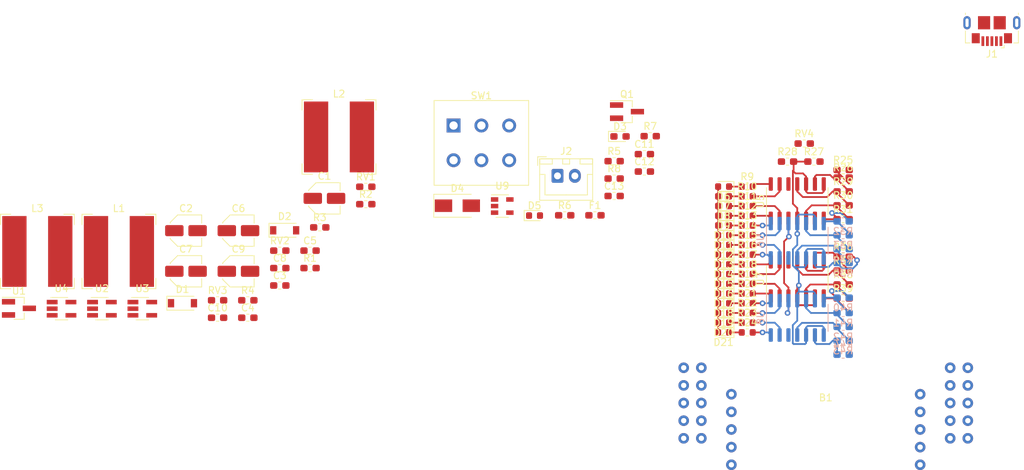
<source format=kicad_pcb>
(kicad_pcb (version 20171130) (host pcbnew 5.1.4)
  (layers (0 F.Cu signal) (31 B.Cu signal) (34 B.Paste user) (35 F.Paste user) (36 B.SilkS user) (37 F.SilkS user) (38 B.Mask user) (39 F.Mask user) (44 Edge.Cuts user))
  (net 0 "")
  (net 1 VCC)
  (net 2 GND)
  (net 3 +3V3)
  (net 4 +5V)
  (net 5 /Vinput[3.5-5.5V])
  (net 6 "Net-(C5-Pad2)")
  (net 7 "Net-(C5-Pad1)")
  (net 8 "Net-(C6-Pad2)")
  (net 9 VBUS)
  (net 10 +BATT)
  (net 11 "Net-(C13-Pad1)")
  (net 12 "Net-(D1-Pad2)")
  (net 13 "Net-(D3-Pad2)")
  (net 14 "Net-(D3-Pad1)")
  (net 15 "Net-(D5-Pad2)")
  (net 16 "Net-(D6-Pad1)")
  (net 17 "Net-(D7-Pad1)")
  (net 18 "Net-(D8-Pad1)")
  (net 19 "Net-(D9-Pad1)")
  (net 20 "Net-(D10-Pad1)")
  (net 21 "Net-(D11-Pad1)")
  (net 22 "Net-(D12-Pad1)")
  (net 23 "Net-(D13-Pad1)")
  (net 24 "Net-(D14-Pad1)")
  (net 25 "Net-(D15-Pad1)")
  (net 26 "Net-(D16-Pad1)")
  (net 27 "Net-(D17-Pad1)")
  (net 28 "Net-(D18-Pad1)")
  (net 29 "Net-(D19-Pad1)")
  (net 30 "Net-(D20-Pad1)")
  (net 31 "Net-(D21-Pad1)")
  (net 32 "Net-(F1-Pad2)")
  (net 33 "Net-(J1-Pad3)")
  (net 34 "Net-(J1-Pad4)")
  (net 35 "Net-(J1-Pad2)")
  (net 36 "Net-(R1-Pad1)")
  (net 37 "Net-(R3-Pad1)")
  (net 38 "Net-(R5-Pad1)")
  (net 39 "Net-(R9-Pad2)")
  (net 40 "Net-(R10-Pad2)")
  (net 41 "Net-(R11-Pad2)")
  (net 42 "Net-(R12-Pad2)")
  (net 43 "Net-(R13-Pad2)")
  (net 44 "Net-(R14-Pad2)")
  (net 45 "Net-(R15-Pad2)")
  (net 46 "Net-(R16-Pad2)")
  (net 47 "Net-(R17-Pad2)")
  (net 48 "Net-(R18-Pad2)")
  (net 49 "Net-(R19-Pad2)")
  (net 50 "Net-(R20-Pad2)")
  (net 51 "Net-(R21-Pad2)")
  (net 52 "Net-(R22-Pad2)")
  (net 53 "Net-(R23-Pad2)")
  (net 54 "Net-(R24-Pad2)")
  (net 55 "Net-(R25-Pad1)")
  (net 56 "Net-(R26-Pad1)")
  (net 57 /voltage_meter/Vcompare)
  (net 58 "Net-(R29-Pad1)")
  (net 59 "Net-(R30-Pad1)")
  (net 60 "Net-(R31-Pad1)")
  (net 61 "Net-(R32-Pad1)")
  (net 62 "Net-(R33-Pad1)")
  (net 63 "Net-(R34-Pad1)")
  (net 64 "Net-(R35-Pad1)")
  (net 65 "Net-(R36-Pad1)")
  (net 66 "Net-(R37-Pad1)")
  (net 67 "Net-(R38-Pad1)")
  (net 68 "Net-(R39-Pad1)")
  (net 69 "Net-(R40-Pad1)")
  (net 70 "Net-(R41-Pad1)")
  (net 71 "Net-(R42-Pad1)")
  (net 72 "Net-(R43-Pad1)")
  (net 73 "Net-(U4-Pad4)")
  (module Package_SO:SOIC-14_3.9x8.7mm_P1.27mm (layer B.Cu) (at 126.4 81.8 270)
    (fp_text reference U6 (at 0 5.28 90) (layer B.SilkS) (effects (justify mirror)))
    (fp_text value LM339)
    (pad 1 smd roundrect (at -2.475 3.81 270) (size 1.95 0.6) (layers B.Cu B.Paste B.Mask) (net 43 "Net-(R13-Pad2)"))
    (pad 2 smd roundrect (at -2.475 2.54 270) (size 1.95 0.6) (layers B.Cu B.Paste B.Mask) (net 44 "Net-(R14-Pad2)"))
    (pad 3 smd roundrect (at -2.475 1.27 270) (size 1.95 0.6) (layers B.Cu B.Paste B.Mask) (net 4 +5V))
    (pad 4 smd roundrect (at -2.475 0 270) (size 1.95 0.6) (layers B.Cu B.Paste B.Mask) (net 57 /voltage_meter/Vcompare))
    (pad 5 smd roundrect (at -2.475 -1.27 270) (size 1.95 0.6) (layers B.Cu B.Paste B.Mask) (net 62 "Net-(R33-Pad1)"))
    (pad 6 smd roundrect (at -2.475 -2.54 270) (size 1.95 0.6) (layers B.Cu B.Paste B.Mask) (net 57 /voltage_meter/Vcompare))
    (pad 7 smd roundrect (at -2.475 -3.81 270) (size 1.95 0.6) (layers B.Cu B.Paste B.Mask) (net 61 "Net-(R32-Pad1)"))
    (pad 8 smd roundrect (at 2.475 -3.81 270) (size 1.95 0.6) (layers B.Cu B.Paste B.Mask) (net 57 /voltage_meter/Vcompare))
    (pad 9 smd roundrect (at 2.475 -2.54 270) (size 1.95 0.6) (layers B.Cu B.Paste B.Mask) (net 64 "Net-(R35-Pad1)"))
    (pad 10 smd roundrect (at 2.475 -1.27 270) (size 1.95 0.6) (layers B.Cu B.Paste B.Mask) (net 57 /voltage_meter/Vcompare))
    (pad 11 smd roundrect (at 2.475 0 270) (size 1.95 0.6) (layers B.Cu B.Paste B.Mask) (net 63 "Net-(R34-Pad1)"))
    (pad 12 smd roundrect (at 2.475 1.27 270) (size 1.95 0.6) (layers B.Cu B.Paste B.Mask) (net 2 GND))
    (pad 13 smd roundrect (at 2.475 2.54 270) (size 1.95 0.6) (layers B.Cu B.Paste B.Mask) (net 45 "Net-(R15-Pad2)"))
    (pad 14 smd roundrect (at 2.475 3.81 270) (size 1.95 0.6) (layers B.Cu B.Paste B.Mask) (net 46 "Net-(R16-Pad2)"))
  )
  (module Package_SO:SOIC-14_3.9x8.7mm_P1.27mm (layer F.Cu) (at 126.4 87.3 90)
    (fp_text reference U7 (at 0 -5.28 90) (layer F.SilkS))
    (fp_text value LM339)
    (pad 1 smd roundrect (at -2.475 -3.81 90) (size 1.95 0.6) (layers F.Cu F.Paste F.Mask) (net 50 "Net-(R20-Pad2)"))
    (pad 2 smd roundrect (at -2.475 -2.54 90) (size 1.95 0.6) (layers F.Cu F.Paste F.Mask) (net 49 "Net-(R19-Pad2)"))
    (pad 3 smd roundrect (at -2.475 -1.27 90) (size 1.95 0.6) (layers F.Cu F.Paste F.Mask) (net 4 +5V))
    (pad 4 smd roundrect (at -2.475 0 90) (size 1.95 0.6) (layers F.Cu F.Paste F.Mask) (net 57 /voltage_meter/Vcompare))
    (pad 5 smd roundrect (at -2.475 1.27 90) (size 1.95 0.6) (layers F.Cu F.Paste F.Mask) (net 67 "Net-(R38-Pad1)"))
    (pad 6 smd roundrect (at -2.475 2.54 90) (size 1.95 0.6) (layers F.Cu F.Paste F.Mask) (net 57 /voltage_meter/Vcompare))
    (pad 7 smd roundrect (at -2.475 3.81 90) (size 1.95 0.6) (layers F.Cu F.Paste F.Mask) (net 68 "Net-(R39-Pad1)"))
    (pad 8 smd roundrect (at 2.475 3.81 90) (size 1.95 0.6) (layers F.Cu F.Paste F.Mask) (net 57 /voltage_meter/Vcompare))
    (pad 9 smd roundrect (at 2.475 2.54 90) (size 1.95 0.6) (layers F.Cu F.Paste F.Mask) (net 65 "Net-(R36-Pad1)"))
    (pad 10 smd roundrect (at 2.475 1.27 90) (size 1.95 0.6) (layers F.Cu F.Paste F.Mask) (net 57 /voltage_meter/Vcompare))
    (pad 11 smd roundrect (at 2.475 0 90) (size 1.95 0.6) (layers F.Cu F.Paste F.Mask) (net 66 "Net-(R37-Pad1)"))
    (pad 12 smd roundrect (at 2.475 -1.27 90) (size 1.95 0.6) (layers F.Cu F.Paste F.Mask) (net 2 GND))
    (pad 13 smd roundrect (at 2.475 -2.54 90) (size 1.95 0.6) (layers F.Cu F.Paste F.Mask) (net 48 "Net-(R18-Pad2)"))
    (pad 14 smd roundrect (at 2.475 -3.81 90) (size 1.95 0.6) (layers F.Cu F.Paste F.Mask) (net 47 "Net-(R17-Pad2)"))
  )
  (module Resistor_SMD:R_0603_1608Metric (layer F.Cu) (at 119.2 95)
    (fp_text reference R24 (at 0 -1.43) (layer F.SilkS))
    (fp_text value 1k)
    (pad 2 smd roundrect (at 0.7875 0) (size 0.875 0.95) (layers F.Cu F.Paste F.Mask) (net 54 "Net-(R24-Pad2)"))
    (pad 1 smd roundrect (at -0.7875 0) (size 0.875 0.95) (layers F.Cu F.Paste F.Mask) (net 31 "Net-(D21-Pad1)"))
  )
  (module Resistor_SMD:R_0603_1608Metric (layer F.Cu) (at 119.2 93.6)
    (fp_text reference R23 (at 0 -1.43) (layer F.SilkS))
    (fp_text value 1k)
    (pad 2 smd roundrect (at 0.7875 0) (size 0.875 0.95) (layers F.Cu F.Paste F.Mask) (net 53 "Net-(R23-Pad2)"))
    (pad 1 smd roundrect (at -0.7875 0) (size 0.875 0.95) (layers F.Cu F.Paste F.Mask) (net 30 "Net-(D20-Pad1)"))
  )
  (module Resistor_SMD:R_0603_1608Metric (layer F.Cu) (at 119.2 92.2)
    (fp_text reference R22 (at 0 -1.43) (layer F.SilkS))
    (fp_text value 1k)
    (pad 2 smd roundrect (at 0.7875 0) (size 0.875 0.95) (layers F.Cu F.Paste F.Mask) (net 52 "Net-(R22-Pad2)"))
    (pad 1 smd roundrect (at -0.7875 0) (size 0.875 0.95) (layers F.Cu F.Paste F.Mask) (net 29 "Net-(D19-Pad1)"))
  )
  (module Resistor_SMD:R_0603_1608Metric (layer F.Cu) (at 119.2 90.8)
    (fp_text reference R21 (at 0 -1.43) (layer F.SilkS))
    (fp_text value 1k)
    (pad 2 smd roundrect (at 0.7875 0) (size 0.875 0.95) (layers F.Cu F.Paste F.Mask) (net 51 "Net-(R21-Pad2)"))
    (pad 1 smd roundrect (at -0.7875 0) (size 0.875 0.95) (layers F.Cu F.Paste F.Mask) (net 28 "Net-(D18-Pad1)"))
  )
  (module Resistor_SMD:R_0603_1608Metric (layer F.Cu) (at 119.2 89.4)
    (fp_text reference R20 (at 0 -1.43) (layer F.SilkS))
    (fp_text value 1k)
    (pad 2 smd roundrect (at 0.7875 0) (size 0.875 0.95) (layers F.Cu F.Paste F.Mask) (net 50 "Net-(R20-Pad2)"))
    (pad 1 smd roundrect (at -0.7875 0) (size 0.875 0.95) (layers F.Cu F.Paste F.Mask) (net 27 "Net-(D17-Pad1)"))
  )
  (module Resistor_SMD:R_0603_1608Metric (layer F.Cu) (at 119.2 88)
    (fp_text reference R19 (at 0 -1.43) (layer F.SilkS))
    (fp_text value 1k)
    (pad 2 smd roundrect (at 0.7875 0) (size 0.875 0.95) (layers F.Cu F.Paste F.Mask) (net 49 "Net-(R19-Pad2)"))
    (pad 1 smd roundrect (at -0.7875 0) (size 0.875 0.95) (layers F.Cu F.Paste F.Mask) (net 26 "Net-(D16-Pad1)"))
  )
  (module Resistor_SMD:R_0603_1608Metric (layer F.Cu) (at 119.2 86.6)
    (fp_text reference R18 (at 0 -1.43) (layer F.SilkS))
    (fp_text value 1k)
    (pad 2 smd roundrect (at 0.7875 0) (size 0.875 0.95) (layers F.Cu F.Paste F.Mask) (net 48 "Net-(R18-Pad2)"))
    (pad 1 smd roundrect (at -0.7875 0) (size 0.875 0.95) (layers F.Cu F.Paste F.Mask) (net 25 "Net-(D15-Pad1)"))
  )
  (module Resistor_SMD:R_0603_1608Metric (layer F.Cu) (at 119.2 85.2)
    (fp_text reference R17 (at 0 -1.43) (layer F.SilkS))
    (fp_text value 1k)
    (pad 2 smd roundrect (at 0.7875 0) (size 0.875 0.95) (layers F.Cu F.Paste F.Mask) (net 47 "Net-(R17-Pad2)"))
    (pad 1 smd roundrect (at -0.7875 0) (size 0.875 0.95) (layers F.Cu F.Paste F.Mask) (net 24 "Net-(D14-Pad1)"))
  )
  (module Resistor_SMD:R_0603_1608Metric (layer F.Cu) (at 119.2 83.8)
    (fp_text reference R16 (at 0 -1.43) (layer F.SilkS))
    (fp_text value 1k)
    (pad 2 smd roundrect (at 0.7875 0) (size 0.875 0.95) (layers F.Cu F.Paste F.Mask) (net 46 "Net-(R16-Pad2)"))
    (pad 1 smd roundrect (at -0.7875 0) (size 0.875 0.95) (layers F.Cu F.Paste F.Mask) (net 23 "Net-(D13-Pad1)"))
  )
  (module Resistor_SMD:R_0603_1608Metric (layer F.Cu) (at 119.2 82.4)
    (fp_text reference R15 (at 0 -1.43) (layer F.SilkS))
    (fp_text value 1k)
    (pad 2 smd roundrect (at 0.7875 0) (size 0.875 0.95) (layers F.Cu F.Paste F.Mask) (net 45 "Net-(R15-Pad2)"))
    (pad 1 smd roundrect (at -0.7875 0) (size 0.875 0.95) (layers F.Cu F.Paste F.Mask) (net 22 "Net-(D12-Pad1)"))
  )
  (module Resistor_SMD:R_0603_1608Metric (layer F.Cu) (at 119.2 81)
    (fp_text reference R14 (at 0 -1.43) (layer F.SilkS))
    (fp_text value 1k)
    (pad 2 smd roundrect (at 0.7875 0) (size 0.875 0.95) (layers F.Cu F.Paste F.Mask) (net 44 "Net-(R14-Pad2)"))
    (pad 1 smd roundrect (at -0.7875 0) (size 0.875 0.95) (layers F.Cu F.Paste F.Mask) (net 21 "Net-(D11-Pad1)"))
  )
  (module Resistor_SMD:R_0603_1608Metric (layer F.Cu) (at 119.2 79.6)
    (fp_text reference R13 (at 0 -1.43) (layer F.SilkS))
    (fp_text value 1k)
    (pad 2 smd roundrect (at 0.7875 0) (size 0.875 0.95) (layers F.Cu F.Paste F.Mask) (net 43 "Net-(R13-Pad2)"))
    (pad 1 smd roundrect (at -0.7875 0) (size 0.875 0.95) (layers F.Cu F.Paste F.Mask) (net 20 "Net-(D10-Pad1)"))
  )
  (module Resistor_SMD:R_0603_1608Metric (layer F.Cu) (at 119.2 78.2)
    (fp_text reference R12 (at 0 -1.43) (layer F.SilkS))
    (fp_text value 1k)
    (pad 2 smd roundrect (at 0.7875 0) (size 0.875 0.95) (layers F.Cu F.Paste F.Mask) (net 42 "Net-(R12-Pad2)"))
    (pad 1 smd roundrect (at -0.7875 0) (size 0.875 0.95) (layers F.Cu F.Paste F.Mask) (net 19 "Net-(D9-Pad1)"))
  )
  (module Resistor_SMD:R_0603_1608Metric (layer F.Cu) (at 119.2 76.8)
    (fp_text reference R11 (at 0 -1.43) (layer F.SilkS))
    (fp_text value 1k)
    (pad 2 smd roundrect (at 0.7875 0) (size 0.875 0.95) (layers F.Cu F.Paste F.Mask) (net 41 "Net-(R11-Pad2)"))
    (pad 1 smd roundrect (at -0.7875 0) (size 0.875 0.95) (layers F.Cu F.Paste F.Mask) (net 18 "Net-(D8-Pad1)"))
  )
  (module Resistor_SMD:R_0603_1608Metric (layer F.Cu) (at 119.2 75.4)
    (fp_text reference R10 (at 0 -1.43) (layer F.SilkS))
    (fp_text value 1k)
    (pad 2 smd roundrect (at 0.7875 0) (size 0.875 0.95) (layers F.Cu F.Paste F.Mask) (net 40 "Net-(R10-Pad2)"))
    (pad 1 smd roundrect (at -0.7875 0) (size 0.875 0.95) (layers F.Cu F.Paste F.Mask) (net 17 "Net-(D7-Pad1)"))
  )
  (module Resistor_SMD:R_0603_1608Metric (layer F.Cu) (at 119.2 74)
    (fp_text reference R9 (at 0 -1.43) (layer F.SilkS))
    (fp_text value 1k)
    (pad 2 smd roundrect (at 0.7875 0) (size 0.875 0.95) (layers F.Cu F.Paste F.Mask) (net 39 "Net-(R9-Pad2)"))
    (pad 1 smd roundrect (at -0.7875 0) (size 0.875 0.95) (layers F.Cu F.Paste F.Mask) (net 16 "Net-(D6-Pad1)"))
  )
  (module LED_SMD:LED_0603_1608Metric (layer F.Cu) (at 115.8 95 180)
    (fp_text reference D21 (at 0 -1.43) (layer F.SilkS))
    (fp_text value LED)
    (pad 2 smd roundrect (at 0.7875 0 180) (size 0.875 0.95) (layers F.Cu F.Paste F.Mask) (net 3 +3V3))
    (pad 1 smd roundrect (at -0.7875 0 180) (size 0.875 0.95) (layers F.Cu F.Paste F.Mask) (net 31 "Net-(D21-Pad1)"))
  )
  (module LED_SMD:LED_0603_1608Metric (layer F.Cu) (at 115.8 93.6 180)
    (fp_text reference D20 (at 0 -1.43) (layer F.SilkS))
    (fp_text value LED)
    (pad 2 smd roundrect (at 0.7875 0 180) (size 0.875 0.95) (layers F.Cu F.Paste F.Mask) (net 3 +3V3))
    (pad 1 smd roundrect (at -0.7875 0 180) (size 0.875 0.95) (layers F.Cu F.Paste F.Mask) (net 30 "Net-(D20-Pad1)"))
  )
  (module LED_SMD:LED_0603_1608Metric (layer F.Cu) (at 115.8 92.2 180)
    (fp_text reference D19 (at 0 -1.43) (layer F.SilkS))
    (fp_text value LED)
    (pad 2 smd roundrect (at 0.7875 0 180) (size 0.875 0.95) (layers F.Cu F.Paste F.Mask) (net 3 +3V3))
    (pad 1 smd roundrect (at -0.7875 0 180) (size 0.875 0.95) (layers F.Cu F.Paste F.Mask) (net 29 "Net-(D19-Pad1)"))
  )
  (module LED_SMD:LED_0603_1608Metric (layer F.Cu) (at 115.8 90.8 180)
    (fp_text reference D18 (at 0 -1.43) (layer F.SilkS))
    (fp_text value LED)
    (pad 2 smd roundrect (at 0.7875 0 180) (size 0.875 0.95) (layers F.Cu F.Paste F.Mask) (net 3 +3V3))
    (pad 1 smd roundrect (at -0.7875 0 180) (size 0.875 0.95) (layers F.Cu F.Paste F.Mask) (net 28 "Net-(D18-Pad1)"))
  )
  (module LED_SMD:LED_0603_1608Metric (layer F.Cu) (at 115.8 89.4 180)
    (fp_text reference D17 (at 0 -1.43) (layer F.SilkS))
    (fp_text value LED)
    (pad 2 smd roundrect (at 0.7875 0 180) (size 0.875 0.95) (layers F.Cu F.Paste F.Mask) (net 3 +3V3))
    (pad 1 smd roundrect (at -0.7875 0 180) (size 0.875 0.95) (layers F.Cu F.Paste F.Mask) (net 27 "Net-(D17-Pad1)"))
  )
  (module LED_SMD:LED_0603_1608Metric (layer F.Cu) (at 115.8 88 180)
    (fp_text reference D16 (at 0 -1.43) (layer F.SilkS))
    (fp_text value LED)
    (pad 2 smd roundrect (at 0.7875 0 180) (size 0.875 0.95) (layers F.Cu F.Paste F.Mask) (net 3 +3V3))
    (pad 1 smd roundrect (at -0.7875 0 180) (size 0.875 0.95) (layers F.Cu F.Paste F.Mask) (net 26 "Net-(D16-Pad1)"))
  )
  (module LED_SMD:LED_0603_1608Metric (layer F.Cu) (at 115.8 86.6 180)
    (fp_text reference D15 (at 0 -1.43) (layer F.SilkS))
    (fp_text value LED)
    (pad 2 smd roundrect (at 0.7875 0 180) (size 0.875 0.95) (layers F.Cu F.Paste F.Mask) (net 3 +3V3))
    (pad 1 smd roundrect (at -0.7875 0 180) (size 0.875 0.95) (layers F.Cu F.Paste F.Mask) (net 25 "Net-(D15-Pad1)"))
  )
  (module LED_SMD:LED_0603_1608Metric (layer F.Cu) (at 115.8 85.2 180)
    (fp_text reference D14 (at 0 -1.43) (layer F.SilkS))
    (fp_text value LED)
    (pad 2 smd roundrect (at 0.7875 0 180) (size 0.875 0.95) (layers F.Cu F.Paste F.Mask) (net 3 +3V3))
    (pad 1 smd roundrect (at -0.7875 0 180) (size 0.875 0.95) (layers F.Cu F.Paste F.Mask) (net 24 "Net-(D14-Pad1)"))
  )
  (module LED_SMD:LED_0603_1608Metric (layer F.Cu) (at 115.8 83.8 180)
    (fp_text reference D13 (at 0 -1.43) (layer F.SilkS))
    (fp_text value LED)
    (pad 2 smd roundrect (at 0.7875 0 180) (size 0.875 0.95) (layers F.Cu F.Paste F.Mask) (net 3 +3V3))
    (pad 1 smd roundrect (at -0.7875 0 180) (size 0.875 0.95) (layers F.Cu F.Paste F.Mask) (net 23 "Net-(D13-Pad1)"))
  )
  (module LED_SMD:LED_0603_1608Metric (layer F.Cu) (at 115.8 82.4 180)
    (fp_text reference D12 (at 0 -1.43) (layer F.SilkS))
    (fp_text value LED)
    (pad 2 smd roundrect (at 0.7875 0 180) (size 0.875 0.95) (layers F.Cu F.Paste F.Mask) (net 3 +3V3))
    (pad 1 smd roundrect (at -0.7875 0 180) (size 0.875 0.95) (layers F.Cu F.Paste F.Mask) (net 22 "Net-(D12-Pad1)"))
  )
  (module LED_SMD:LED_0603_1608Metric (layer F.Cu) (at 115.8 81 180)
    (fp_text reference D11 (at 0 -1.43) (layer F.SilkS))
    (fp_text value LED)
    (pad 2 smd roundrect (at 0.7875 0 180) (size 0.875 0.95) (layers F.Cu F.Paste F.Mask) (net 3 +3V3))
    (pad 1 smd roundrect (at -0.7875 0 180) (size 0.875 0.95) (layers F.Cu F.Paste F.Mask) (net 21 "Net-(D11-Pad1)"))
  )
  (module LED_SMD:LED_0603_1608Metric (layer F.Cu) (at 115.8 79.6 180)
    (fp_text reference D10 (at 0 -1.43) (layer F.SilkS))
    (fp_text value LED)
    (pad 2 smd roundrect (at 0.7875 0 180) (size 0.875 0.95) (layers F.Cu F.Paste F.Mask) (net 3 +3V3))
    (pad 1 smd roundrect (at -0.7875 0 180) (size 0.875 0.95) (layers F.Cu F.Paste F.Mask) (net 20 "Net-(D10-Pad1)"))
  )
  (module LED_SMD:LED_0603_1608Metric (layer F.Cu) (at 115.8 78.2 180)
    (fp_text reference D9 (at 0 -1.43) (layer F.SilkS))
    (fp_text value LED)
    (pad 2 smd roundrect (at 0.7875 0 180) (size 0.875 0.95) (layers F.Cu F.Paste F.Mask) (net 3 +3V3))
    (pad 1 smd roundrect (at -0.7875 0 180) (size 0.875 0.95) (layers F.Cu F.Paste F.Mask) (net 19 "Net-(D9-Pad1)"))
  )
  (module LED_SMD:LED_0603_1608Metric (layer F.Cu) (at 115.8 76.8 180)
    (fp_text reference D8 (at 0 -1.43) (layer F.SilkS))
    (fp_text value LED)
    (pad 2 smd roundrect (at 0.7875 0 180) (size 0.875 0.95) (layers F.Cu F.Paste F.Mask) (net 3 +3V3))
    (pad 1 smd roundrect (at -0.7875 0 180) (size 0.875 0.95) (layers F.Cu F.Paste F.Mask) (net 18 "Net-(D8-Pad1)"))
  )
  (module LED_SMD:LED_0603_1608Metric (layer F.Cu) (at 115.8 75.4 180)
    (fp_text reference D7 (at 0 -1.43) (layer F.SilkS))
    (fp_text value LED)
    (pad 2 smd roundrect (at 0.7875 0 180) (size 0.875 0.95) (layers F.Cu F.Paste F.Mask) (net 3 +3V3))
    (pad 1 smd roundrect (at -0.7875 0 180) (size 0.875 0.95) (layers F.Cu F.Paste F.Mask) (net 17 "Net-(D7-Pad1)"))
  )
  (module LED_SMD:LED_0603_1608Metric (layer F.Cu) (at 115.8 74 180)
    (fp_text reference D6 (at 0 -1.43) (layer F.SilkS))
    (fp_text value LED)
    (pad 2 smd roundrect (at 0.7875 0 180) (size 0.875 0.95) (layers F.Cu F.Paste F.Mask) (net 3 +3V3))
    (pad 1 smd roundrect (at -0.7875 0 180) (size 0.875 0.95) (layers F.Cu F.Paste F.Mask) (net 16 "Net-(D6-Pad1)"))
  )
  (module LED_SMD:LED_0603_1608Metric (layer F.Cu) (at 88.600001 78.173001)
    (fp_text reference D5 (at 0 -1.43) (layer F.SilkS))
    (fp_text value LED)
    (pad 2 smd roundrect (at 0.7875 0) (size 0.875 0.95) (layers F.Cu F.Paste F.Mask) (net 15 "Net-(D5-Pad2)"))
    (pad 1 smd roundrect (at -0.7875 0) (size 0.875 0.95) (layers F.Cu F.Paste F.Mask) (net 2 GND))
  )
  (module Package_SO:SOIC-14_3.9x8.7mm_P1.27mm (layer F.Cu) (at 126.4 76.1 90)
    (fp_text reference U5 (at 0 -5.28 90) (layer F.SilkS))
    (fp_text value LM339)
    (pad 1 smd roundrect (at -2.475 -3.81 90) (size 1.95 0.6) (layers F.Cu F.Paste F.Mask) (net 42 "Net-(R12-Pad2)"))
    (pad 2 smd roundrect (at -2.475 -2.54 90) (size 1.95 0.6) (layers F.Cu F.Paste F.Mask) (net 41 "Net-(R11-Pad2)"))
    (pad 3 smd roundrect (at -2.475 -1.27 90) (size 1.95 0.6) (layers F.Cu F.Paste F.Mask) (net 4 +5V))
    (pad 4 smd roundrect (at -2.475 0 90) (size 1.95 0.6) (layers F.Cu F.Paste F.Mask) (net 57 /voltage_meter/Vcompare))
    (pad 5 smd roundrect (at -2.475 1.27 90) (size 1.95 0.6) (layers F.Cu F.Paste F.Mask) (net 59 "Net-(R30-Pad1)"))
    (pad 6 smd roundrect (at -2.475 2.54 90) (size 1.95 0.6) (layers F.Cu F.Paste F.Mask) (net 57 /voltage_meter/Vcompare))
    (pad 7 smd roundrect (at -2.475 3.81 90) (size 1.95 0.6) (layers F.Cu F.Paste F.Mask) (net 60 "Net-(R31-Pad1)"))
    (pad 8 smd roundrect (at 2.475 3.81 90) (size 1.95 0.6) (layers F.Cu F.Paste F.Mask) (net 57 /voltage_meter/Vcompare))
    (pad 9 smd roundrect (at 2.475 2.54 90) (size 1.95 0.6) (layers F.Cu F.Paste F.Mask) (net 56 "Net-(R26-Pad1)"))
    (pad 10 smd roundrect (at 2.475 1.27 90) (size 1.95 0.6) (layers F.Cu F.Paste F.Mask) (net 57 /voltage_meter/Vcompare))
    (pad 11 smd roundrect (at 2.475 0 90) (size 1.95 0.6) (layers F.Cu F.Paste F.Mask) (net 58 "Net-(R29-Pad1)"))
    (pad 12 smd roundrect (at 2.475 -1.27 90) (size 1.95 0.6) (layers F.Cu F.Paste F.Mask) (net 2 GND))
    (pad 13 smd roundrect (at 2.475 -2.54 90) (size 1.95 0.6) (layers F.Cu F.Paste F.Mask) (net 40 "Net-(R10-Pad2)"))
    (pad 14 smd roundrect (at 2.475 -3.81 90) (size 1.95 0.6) (layers F.Cu F.Paste F.Mask) (net 39 "Net-(R9-Pad2)"))
  )
  (module Package_TO_SOT_SMD:SOT-23-5 (layer F.Cu) (at 83.955001 76.803001)
    (fp_text reference U9 (at 0 -2.9) (layer F.SilkS))
    (fp_text value MCP73831T)
    (pad 5 smd rect (at 1.1 -0.95) (size 1.06 0.65) (layers F.Cu F.Paste F.Mask) (net 38 "Net-(R5-Pad1)"))
    (pad 4 smd rect (at 1.1 0.95) (size 1.06 0.65) (layers F.Cu F.Paste F.Mask) (net 9 VBUS))
    (pad 3 smd rect (at -1.1 0.95) (size 1.06 0.65) (layers F.Cu F.Paste F.Mask) (net 10 +BATT))
    (pad 2 smd rect (at -1.1 0) (size 1.06 0.65) (layers F.Cu F.Paste F.Mask) (net 2 GND))
    (pad 1 smd rect (at -1.1 -0.95) (size 1.06 0.65) (layers F.Cu F.Paste F.Mask) (net 14 "Net-(D3-Pad1)"))
  )
  (module Package_SO:SOIC-14_3.9x8.7mm_P1.27mm (layer B.Cu) (at 126.4 92.9 270)
    (fp_text reference U8 (at 0 5.28 270) (layer B.SilkS) (effects (justify mirror)))
    (fp_text value LM339)
    (pad 1 smd roundrect (at -2.475 3.81 270) (size 1.95 0.6) (layers B.Cu B.Paste B.Mask) (net 51 "Net-(R21-Pad2)"))
    (pad 2 smd roundrect (at -2.475 2.54 270) (size 1.95 0.6) (layers B.Cu B.Paste B.Mask) (net 52 "Net-(R22-Pad2)"))
    (pad 3 smd roundrect (at -2.475 1.27 270) (size 1.95 0.6) (layers B.Cu B.Paste B.Mask) (net 4 +5V))
    (pad 4 smd roundrect (at -2.475 0 270) (size 1.95 0.6) (layers B.Cu B.Paste B.Mask) (net 57 /voltage_meter/Vcompare))
    (pad 5 smd roundrect (at -2.475 -1.27 270) (size 1.95 0.6) (layers B.Cu B.Paste B.Mask) (net 70 "Net-(R41-Pad1)"))
    (pad 6 smd roundrect (at -2.475 -2.54 270) (size 1.95 0.6) (layers B.Cu B.Paste B.Mask) (net 57 /voltage_meter/Vcompare))
    (pad 7 smd roundrect (at -2.475 -3.81 270) (size 1.95 0.6) (layers B.Cu B.Paste B.Mask) (net 69 "Net-(R40-Pad1)"))
    (pad 8 smd roundrect (at 2.475 -3.81 270) (size 1.95 0.6) (layers B.Cu B.Paste B.Mask) (net 57 /voltage_meter/Vcompare))
    (pad 9 smd roundrect (at 2.475 -2.54 270) (size 1.95 0.6) (layers B.Cu B.Paste B.Mask) (net 72 "Net-(R43-Pad1)"))
    (pad 10 smd roundrect (at 2.475 -1.27 270) (size 1.95 0.6) (layers B.Cu B.Paste B.Mask) (net 57 /voltage_meter/Vcompare))
    (pad 11 smd roundrect (at 2.475 0 270) (size 1.95 0.6) (layers B.Cu B.Paste B.Mask) (net 71 "Net-(R42-Pad1)"))
    (pad 12 smd roundrect (at 2.475 1.27 270) (size 1.95 0.6) (layers B.Cu B.Paste B.Mask) (net 2 GND))
    (pad 13 smd roundrect (at 2.475 2.54 270) (size 1.95 0.6) (layers B.Cu B.Paste B.Mask) (net 53 "Net-(R23-Pad2)"))
    (pad 14 smd roundrect (at 2.475 3.81 270) (size 1.95 0.6) (layers B.Cu B.Paste B.Mask) (net 54 "Net-(R24-Pad2)"))
  )
  (module Package_TO_SOT_SMD:SOT-23-5_HandSoldering (layer F.Cu) (at 20.555001 91.583001)
    (fp_text reference U4 (at 0 -2.9) (layer F.SilkS))
    (fp_text value MIC5205-5.0YM5)
    (pad 5 smd rect (at 1.35 -0.95) (size 1.56 0.65) (layers F.Cu F.Paste F.Mask) (net 4 +5V))
    (pad 4 smd rect (at 1.35 0.95) (size 1.56 0.65) (layers F.Cu F.Paste F.Mask) (net 73 "Net-(U4-Pad4)"))
    (pad 3 smd rect (at -1.35 0.95) (size 1.56 0.65) (layers F.Cu F.Paste F.Mask) (net 8 "Net-(C6-Pad2)"))
    (pad 2 smd rect (at -1.35 0) (size 1.56 0.65) (layers F.Cu F.Paste F.Mask) (net 2 GND))
    (pad 1 smd rect (at -1.35 -0.95) (size 1.56 0.65) (layers F.Cu F.Paste F.Mask) (net 8 "Net-(C6-Pad2)"))
  )
  (module Package_TO_SOT_SMD:SOT-23-5_HandSoldering (layer F.Cu) (at 32.175001 91.583001)
    (fp_text reference U3 (at 0 -2.9) (layer F.SilkS))
    (fp_text value MT3608)
    (pad 5 smd rect (at 1.35 -0.95) (size 1.56 0.65) (layers F.Cu F.Paste F.Mask) (net 5 /Vinput[3.5-5.5V]))
    (pad 4 smd rect (at 1.35 0.95) (size 1.56 0.65) (layers F.Cu F.Paste F.Mask) (net 5 /Vinput[3.5-5.5V]))
    (pad 3 smd rect (at -1.35 0.95) (size 1.56 0.65) (layers F.Cu F.Paste F.Mask) (net 37 "Net-(R3-Pad1)"))
    (pad 2 smd rect (at -1.35 0) (size 1.56 0.65) (layers F.Cu F.Paste F.Mask) (net 2 GND))
    (pad 1 smd rect (at -1.35 -0.95) (size 1.56 0.65) (layers F.Cu F.Paste F.Mask) (net 6 "Net-(C5-Pad2)"))
  )
  (module Package_TO_SOT_SMD:SOT-23-5_HandSoldering (layer F.Cu) (at 26.365001 91.583001)
    (fp_text reference U2 (at 0 -2.9) (layer F.SilkS))
    (fp_text value MT3608)
    (pad 5 smd rect (at 1.35 -0.95) (size 1.56 0.65) (layers F.Cu F.Paste F.Mask) (net 5 /Vinput[3.5-5.5V]))
    (pad 4 smd rect (at 1.35 0.95) (size 1.56 0.65) (layers F.Cu F.Paste F.Mask) (net 5 /Vinput[3.5-5.5V]))
    (pad 3 smd rect (at -1.35 0.95) (size 1.56 0.65) (layers F.Cu F.Paste F.Mask) (net 36 "Net-(R1-Pad1)"))
    (pad 2 smd rect (at -1.35 0) (size 1.56 0.65) (layers F.Cu F.Paste F.Mask) (net 2 GND))
    (pad 1 smd rect (at -1.35 -0.95) (size 1.56 0.65) (layers F.Cu F.Paste F.Mask) (net 12 "Net-(D1-Pad2)"))
  )
  (module Package_TO_SOT_SMD:SOT-23_Handsoldering (layer F.Cu) (at 14.425001 91.533001)
    (fp_text reference U1 (at 0 -2.5) (layer F.SilkS))
    (fp_text value XC6206P)
    (pad 3 smd rect (at 1.5 0) (size 1.9 0.8) (layers F.Cu F.Paste F.Mask) (net 5 /Vinput[3.5-5.5V]))
    (pad 2 smd rect (at -1.5 0.95) (size 1.9 0.8) (layers F.Cu F.Paste F.Mask) (net 3 +3V3))
    (pad 1 smd rect (at -1.5 -0.95) (size 1.9 0.8) (layers F.Cu F.Paste F.Mask) (net 2 GND))
  )
  (module Button_Switch_THT:SW_PUSH_E-Switch_FS5700DP_DPDT (layer F.Cu) (at 76.955001 65.203001)
    (fp_text reference SW1 (at 4 -4.3) (layer F.SilkS))
    (fp_text value SW_DPDT_x2)
    (pad 6 thru_hole circle (at 8 5) (size 2 2) (drill 1.2) (layers *.Cu *.Mask) (net 11 "Net-(C13-Pad1)"))
    (pad 5 thru_hole circle (at 4 5) (size 2 2) (drill 1.2) (layers *.Cu *.Mask) (net 11 "Net-(C13-Pad1)"))
    (pad 4 thru_hole circle (at 0 5) (size 2 2) (drill 1.2) (layers *.Cu *.Mask) (net 5 /Vinput[3.5-5.5V]))
    (pad 3 thru_hole circle (at 8 0) (size 2 2) (drill 1.2) (layers *.Cu *.Mask) (net 11 "Net-(C13-Pad1)"))
    (pad 2 thru_hole circle (at 4 0) (size 2 2) (drill 1.2) (layers *.Cu *.Mask) (net 11 "Net-(C13-Pad1)"))
    (pad 1 thru_hole rect (at 0 0) (size 2 2) (drill 1.2) (layers *.Cu *.Mask) (net 5 /Vinput[3.5-5.5V]))
  )
  (module Resistor_SMD:R_0603_1608Metric_Pad1.05x0.95mm_HandSolder (layer F.Cu) (at 127.4 67.8)
    (fp_text reference RV4 (at 0 -1.43) (layer F.SilkS))
    (fp_text value 100k)
    (pad 1 smd roundrect (at -0.875 0) (size 1.05 0.95) (layers F.Cu F.Paste F.Mask) (net 2 GND))
    (pad 2 smd roundrect (at 0.875 0) (size 1.05 0.95) (layers F.Cu F.Paste F.Mask) (net 57 /voltage_meter/Vcompare))
  )
  (module Resistor_SMD:R_0603_1608Metric_Pad1.05x0.95mm_HandSolder (layer F.Cu) (at 43.005001 90.373001)
    (fp_text reference RV3 (at 0 -1.43) (layer F.SilkS))
    (fp_text value 100k)
    (pad 2 smd roundrect (at 0.875 0) (size 1.05 0.95) (layers F.Cu F.Paste F.Mask) (net 37 "Net-(R3-Pad1)"))
    (pad 1 smd roundrect (at -0.875 0) (size 1.05 0.95) (layers F.Cu F.Paste F.Mask) (net 2 GND))
  )
  (module Resistor_SMD:R_0603_1608Metric_Pad1.05x0.95mm_HandSolder (layer F.Cu) (at 51.955001 83.223001)
    (fp_text reference RV2 (at 0 -1.43) (layer F.SilkS))
    (fp_text value 100k)
    (pad 2 smd roundrect (at 0.875 0) (size 1.05 0.95) (layers F.Cu F.Paste F.Mask) (net 37 "Net-(R3-Pad1)"))
    (pad 1 smd roundrect (at -0.875 0) (size 1.05 0.95) (layers F.Cu F.Paste F.Mask) (net 37 "Net-(R3-Pad1)"))
  )
  (module Resistor_SMD:R_0603_1608Metric_Pad1.05x0.95mm_HandSolder (layer F.Cu) (at 64.325001 74.023001)
    (fp_text reference RV1 (at 0 -1.43) (layer F.SilkS))
    (fp_text value 100k)
    (pad 2 smd roundrect (at 0.875 0) (size 1.05 0.95) (layers F.Cu F.Paste F.Mask) (net 1 VCC))
    (pad 1 smd roundrect (at -0.875 0) (size 1.05 0.95) (layers F.Cu F.Paste F.Mask) (net 37 "Net-(R3-Pad1)"))
  )
  (module Resistor_SMD:R_0603_1608Metric_Pad1.05x0.95mm_HandSolder (layer B.Cu) (at 133 98.2 180)
    (fp_text reference R44 (at 0 1.43) (layer B.SilkS) (effects (justify mirror)))
    (fp_text value 6k)
    (pad 1 smd roundrect (at -0.875 0 180) (size 1.05 0.95) (layers B.Cu B.Paste B.Mask) (net 2 GND))
    (pad 2 smd roundrect (at 0.875 0 180) (size 1.05 0.95) (layers B.Cu B.Paste B.Mask) (net 72 "Net-(R43-Pad1)"))
  )
  (module Resistor_SMD:R_0603_1608Metric_Pad1.05x0.95mm_HandSolder (layer B.Cu) (at 133 96.2)
    (fp_text reference R43 (at 0 1.43) (layer B.SilkS) (effects (justify mirror)))
    (fp_text value 4k)
    (pad 1 smd roundrect (at -0.875 0) (size 1.05 0.95) (layers B.Cu B.Paste B.Mask) (net 72 "Net-(R43-Pad1)"))
    (pad 2 smd roundrect (at 0.875 0) (size 1.05 0.95) (layers B.Cu B.Paste B.Mask) (net 71 "Net-(R42-Pad1)"))
  )
  (module Resistor_SMD:R_0603_1608Metric_Pad1.05x0.95mm_HandSolder (layer B.Cu) (at 133 94.2)
    (fp_text reference R42 (at 0 1.43) (layer B.SilkS) (effects (justify mirror)))
    (fp_text value 5k)
    (pad 1 smd roundrect (at -0.875 0) (size 1.05 0.95) (layers B.Cu B.Paste B.Mask) (net 71 "Net-(R42-Pad1)"))
    (pad 2 smd roundrect (at 0.875 0) (size 1.05 0.95) (layers B.Cu B.Paste B.Mask) (net 70 "Net-(R41-Pad1)"))
  )
  (module Resistor_SMD:R_0603_1608Metric_Pad1.05x0.95mm_HandSolder (layer B.Cu) (at 133 92.2)
    (fp_text reference R41 (at 0 1.43) (layer B.SilkS) (effects (justify mirror)))
    (fp_text value 5k)
    (pad 1 smd roundrect (at -0.875 0) (size 1.05 0.95) (layers B.Cu B.Paste B.Mask) (net 70 "Net-(R41-Pad1)"))
    (pad 2 smd roundrect (at 0.875 0) (size 1.05 0.95) (layers B.Cu B.Paste B.Mask) (net 69 "Net-(R40-Pad1)"))
  )
  (module Resistor_SMD:R_0603_1608Metric_Pad1.05x0.95mm_HandSolder (layer B.Cu) (at 133 90)
    (fp_text reference R40 (at 0 1.43) (layer B.SilkS) (effects (justify mirror)))
    (fp_text value 10k)
    (pad 1 smd roundrect (at -0.875 0) (size 1.05 0.95) (layers B.Cu B.Paste B.Mask) (net 69 "Net-(R40-Pad1)"))
    (pad 2 smd roundrect (at 0.875 0) (size 1.05 0.95) (layers B.Cu B.Paste B.Mask) (net 68 "Net-(R39-Pad1)"))
  )
  (module Resistor_SMD:R_0603_1608Metric_Pad1.05x0.95mm_HandSolder (layer F.Cu) (at 133 90.1)
    (fp_text reference R39 (at 0 -1.43) (layer F.SilkS))
    (fp_text value 3k)
    (pad 1 smd roundrect (at -0.875 0) (size 1.05 0.95) (layers F.Cu F.Paste F.Mask) (net 68 "Net-(R39-Pad1)"))
    (pad 2 smd roundrect (at 0.875 0) (size 1.05 0.95) (layers F.Cu F.Paste F.Mask) (net 67 "Net-(R38-Pad1)"))
  )
  (module Resistor_SMD:R_0603_1608Metric_Pad1.05x0.95mm_HandSolder (layer F.Cu) (at 133 88.1)
    (fp_text reference R38 (at 0 -1.43) (layer F.SilkS))
    (fp_text value 3k)
    (pad 1 smd roundrect (at -0.875 0) (size 1.05 0.95) (layers F.Cu F.Paste F.Mask) (net 67 "Net-(R38-Pad1)"))
    (pad 2 smd roundrect (at 0.875 0) (size 1.05 0.95) (layers F.Cu F.Paste F.Mask) (net 66 "Net-(R37-Pad1)"))
  )
  (module Resistor_SMD:R_0603_1608Metric_Pad1.05x0.95mm_HandSolder (layer F.Cu) (at 133 86.1)
    (fp_text reference R37 (at 0 -1.43) (layer F.SilkS))
    (fp_text value 4k)
    (pad 1 smd roundrect (at -0.875 0) (size 1.05 0.95) (layers F.Cu F.Paste F.Mask) (net 66 "Net-(R37-Pad1)"))
    (pad 2 smd roundrect (at 0.875 0) (size 1.05 0.95) (layers F.Cu F.Paste F.Mask) (net 65 "Net-(R36-Pad1)"))
  )
  (module Resistor_SMD:R_0603_1608Metric_Pad1.05x0.95mm_HandSolder (layer F.Cu) (at 133 84.1)
    (fp_text reference R36 (at 0 -1.43) (layer F.SilkS))
    (fp_text value 10k)
    (pad 1 smd roundrect (at -0.875 0) (size 1.05 0.95) (layers F.Cu F.Paste F.Mask) (net 65 "Net-(R36-Pad1)"))
    (pad 2 smd roundrect (at 0.875 0) (size 1.05 0.95) (layers F.Cu F.Paste F.Mask) (net 64 "Net-(R35-Pad1)"))
  )
  (module Resistor_SMD:R_0603_1608Metric_Pad1.05x0.95mm_HandSolder (layer B.Cu) (at 133 85)
    (fp_text reference R35 (at 0 1.43 180) (layer B.SilkS) (effects (justify mirror)))
    (fp_text value 10k)
    (pad 2 smd roundrect (at 0.875 0) (size 1.05 0.95) (layers B.Cu B.Paste B.Mask) (net 63 "Net-(R34-Pad1)"))
    (pad 1 smd roundrect (at -0.875 0) (size 1.05 0.95) (layers B.Cu B.Paste B.Mask) (net 64 "Net-(R35-Pad1)"))
  )
  (module Resistor_SMD:R_0603_1608Metric_Pad1.05x0.95mm_HandSolder (layer B.Cu) (at 133 83)
    (fp_text reference R34 (at 0 1.43 180) (layer B.SilkS) (effects (justify mirror)))
    (fp_text value 10k)
    (pad 1 smd roundrect (at -0.875 0) (size 1.05 0.95) (layers B.Cu B.Paste B.Mask) (net 63 "Net-(R34-Pad1)"))
    (pad 2 smd roundrect (at 0.875 0) (size 1.05 0.95) (layers B.Cu B.Paste B.Mask) (net 62 "Net-(R33-Pad1)"))
  )
  (module Resistor_SMD:R_0603_1608Metric_Pad1.05x0.95mm_HandSolder (layer B.Cu) (at 133 81)
    (fp_text reference R33 (at 0 1.43 180) (layer B.SilkS) (effects (justify mirror)))
    (fp_text value 10k)
    (pad 1 smd roundrect (at -0.875 0) (size 1.05 0.95) (layers B.Cu B.Paste B.Mask) (net 62 "Net-(R33-Pad1)"))
    (pad 2 smd roundrect (at 0.875 0) (size 1.05 0.95) (layers B.Cu B.Paste B.Mask) (net 61 "Net-(R32-Pad1)"))
  )
  (module Resistor_SMD:R_0603_1608Metric_Pad1.05x0.95mm_HandSolder (layer B.Cu) (at 133 79)
    (fp_text reference R32 (at 0 1.43 180) (layer B.SilkS) (effects (justify mirror)))
    (fp_text value 10k)
    (pad 2 smd roundrect (at 0.875 0) (size 1.05 0.95) (layers B.Cu B.Paste B.Mask) (net 60 "Net-(R31-Pad1)"))
    (pad 1 smd roundrect (at -0.875 0) (size 1.05 0.95) (layers B.Cu B.Paste B.Mask) (net 61 "Net-(R32-Pad1)"))
  )
  (module Resistor_SMD:R_0603_1608Metric_Pad1.05x0.95mm_HandSolder (layer F.Cu) (at 133 78.7)
    (fp_text reference R31 (at 0 -1.43) (layer F.SilkS))
    (fp_text value 10k)
    (pad 1 smd roundrect (at -0.875 0) (size 1.05 0.95) (layers F.Cu F.Paste F.Mask) (net 60 "Net-(R31-Pad1)"))
    (pad 2 smd roundrect (at 0.875 0) (size 1.05 0.95) (layers F.Cu F.Paste F.Mask) (net 59 "Net-(R30-Pad1)"))
  )
  (module Resistor_SMD:R_0603_1608Metric_Pad1.05x0.95mm_HandSolder (layer F.Cu) (at 133 76.7)
    (fp_text reference R30 (at 0 -1.43) (layer F.SilkS))
    (fp_text value 10k)
    (pad 1 smd roundrect (at -0.875 0) (size 1.05 0.95) (layers F.Cu F.Paste F.Mask) (net 59 "Net-(R30-Pad1)"))
    (pad 2 smd roundrect (at 0.875 0) (size 1.05 0.95) (layers F.Cu F.Paste F.Mask) (net 58 "Net-(R29-Pad1)"))
  )
  (module Resistor_SMD:R_0603_1608Metric_Pad1.05x0.95mm_HandSolder (layer F.Cu) (at 133 74.7)
    (fp_text reference R29 (at 0 -1.43) (layer F.SilkS))
    (fp_text value 10k)
    (pad 1 smd roundrect (at -0.875 0) (size 1.05 0.95) (layers F.Cu F.Paste F.Mask) (net 58 "Net-(R29-Pad1)"))
    (pad 2 smd roundrect (at 0.875 0) (size 1.05 0.95) (layers F.Cu F.Paste F.Mask) (net 56 "Net-(R26-Pad1)"))
  )
  (module Resistor_SMD:R_0603_1608Metric_Pad1.05x0.95mm_HandSolder (layer F.Cu) (at 125 70.4)
    (fp_text reference R28 (at 0 -1.43) (layer F.SilkS))
    (fp_text value 10k)
    (pad 1 smd roundrect (at -0.875 0) (size 1.05 0.95) (layers F.Cu F.Paste F.Mask) (net 2 GND))
    (pad 2 smd roundrect (at 0.875 0) (size 1.05 0.95) (layers F.Cu F.Paste F.Mask) (net 57 /voltage_meter/Vcompare))
  )
  (module Resistor_SMD:R_0603_1608Metric_Pad1.05x0.95mm_HandSolder (layer F.Cu) (at 128.8 70.4)
    (fp_text reference R27 (at 0 -1.43) (layer F.SilkS))
    (fp_text value 10k)
    (pad 1 smd roundrect (at -0.875 0) (size 1.05 0.95) (layers F.Cu F.Paste F.Mask) (net 57 /voltage_meter/Vcompare))
    (pad 2 smd roundrect (at 0.875 0) (size 1.05 0.95) (layers F.Cu F.Paste F.Mask) (net 1 VCC))
  )
  (module Resistor_SMD:R_0603_1608Metric_Pad1.05x0.95mm_HandSolder (layer F.Cu) (at 133 72.7)
    (fp_text reference R26 (at 0 -1.43) (layer F.SilkS))
    (fp_text value 1k)
    (pad 1 smd roundrect (at -0.875 0) (size 1.05 0.95) (layers F.Cu F.Paste F.Mask) (net 56 "Net-(R26-Pad1)"))
    (pad 2 smd roundrect (at 0.875 0) (size 1.05 0.95) (layers F.Cu F.Paste F.Mask) (net 55 "Net-(R25-Pad1)"))
  )
  (module Resistor_SMD:R_0603_1608Metric_Pad1.05x0.95mm_HandSolder (layer F.Cu) (at 133 71.6)
    (fp_text reference R25 (at 0 -1.43) (layer F.SilkS))
    (fp_text value 12k)
    (pad 1 smd roundrect (at -0.875 0) (size 1.05 0.95) (layers F.Cu F.Paste F.Mask) (net 55 "Net-(R25-Pad1)"))
    (pad 2 smd roundrect (at 0.875 0) (size 1.05 0.95) (layers F.Cu F.Paste F.Mask) (net 3 +3V3))
  )
  (module Resistor_SMD:R_0603_1608Metric_Pad1.05x0.95mm_HandSolder (layer F.Cu) (at 100.055001 72.843001)
    (fp_text reference R8 (at 0 -1.43) (layer F.SilkS))
    (fp_text value 470)
    (pad 2 smd roundrect (at 0.875 0) (size 1.05 0.95) (layers F.Cu F.Paste F.Mask) (net 5 /Vinput[3.5-5.5V]))
    (pad 1 smd roundrect (at -0.875 0) (size 1.05 0.95) (layers F.Cu F.Paste F.Mask) (net 15 "Net-(D5-Pad2)"))
  )
  (module Resistor_SMD:R_0603_1608Metric_Pad1.05x0.95mm_HandSolder (layer F.Cu) (at 105.245001 66.733001)
    (fp_text reference R7 (at 0 -1.43) (layer F.SilkS))
    (fp_text value 100k)
    (pad 2 smd roundrect (at 0.875 0) (size 1.05 0.95) (layers F.Cu F.Paste F.Mask) (net 9 VBUS))
    (pad 1 smd roundrect (at -0.875 0) (size 1.05 0.95) (layers F.Cu F.Paste F.Mask) (net 2 GND))
  )
  (module Resistor_SMD:R_0603_1608Metric_Pad1.05x0.95mm_HandSolder (layer F.Cu) (at 92.945001 78.133001)
    (fp_text reference R6 (at 0 -1.43) (layer F.SilkS))
    (fp_text value 470)
    (pad 2 smd roundrect (at 0.875 0) (size 1.05 0.95) (layers F.Cu F.Paste F.Mask) (net 9 VBUS))
    (pad 1 smd roundrect (at -0.875 0) (size 1.05 0.95) (layers F.Cu F.Paste F.Mask) (net 13 "Net-(D3-Pad2)"))
  )
  (module Resistor_SMD:R_0603_1608Metric_Pad1.05x0.95mm_HandSolder (layer F.Cu) (at 100.055001 70.333001)
    (fp_text reference R5 (at 0 -1.43) (layer F.SilkS))
    (fp_text value 10k)
    (pad 2 smd roundrect (at 0.875 0) (size 1.05 0.95) (layers F.Cu F.Paste F.Mask) (net 2 GND))
    (pad 1 smd roundrect (at -0.875 0) (size 1.05 0.95) (layers F.Cu F.Paste F.Mask) (net 38 "Net-(R5-Pad1)"))
  )
  (module Resistor_SMD:R_0603_1608Metric_Pad1.05x0.95mm_HandSolder (layer F.Cu) (at 47.355001 90.373001)
    (fp_text reference R4 (at 0 -1.43) (layer F.SilkS))
    (fp_text value 2k2)
    (pad 2 smd roundrect (at 0.875 0) (size 1.05 0.95) (layers F.Cu F.Paste F.Mask) (net 37 "Net-(R3-Pad1)"))
    (pad 1 smd roundrect (at -0.875 0) (size 1.05 0.95) (layers F.Cu F.Paste F.Mask) (net 2 GND))
  )
  (module Resistor_SMD:R_0603_1608Metric_Pad1.05x0.95mm_HandSolder (layer F.Cu) (at 57.705001 79.873001)
    (fp_text reference R3 (at 0 -1.43) (layer F.SilkS))
    (fp_text value 82k)
    (pad 2 smd roundrect (at 0.875 0) (size 1.05 0.95) (layers F.Cu F.Paste F.Mask) (net 1 VCC))
    (pad 1 smd roundrect (at -0.875 0) (size 1.05 0.95) (layers F.Cu F.Paste F.Mask) (net 37 "Net-(R3-Pad1)"))
  )
  (module Resistor_SMD:R_0603_1608Metric_Pad1.05x0.95mm_HandSolder (layer F.Cu) (at 64.325001 76.533001)
    (fp_text reference R2 (at 0 -1.43) (layer F.SilkS))
    (fp_text value 12k)
    (pad 2 smd roundrect (at 0.875 0) (size 1.05 0.95) (layers F.Cu F.Paste F.Mask) (net 36 "Net-(R1-Pad1)"))
    (pad 1 smd roundrect (at -0.875 0) (size 1.05 0.95) (layers F.Cu F.Paste F.Mask) (net 2 GND))
  )
  (module Resistor_SMD:R_0603_1608Metric_Pad1.05x0.95mm_HandSolder (layer F.Cu) (at 56.305001 85.733001)
    (fp_text reference R1 (at 0 -1.43) (layer F.SilkS))
    (fp_text value 100k)
    (pad 2 smd roundrect (at 0.875 0) (size 1.05 0.95) (layers F.Cu F.Paste F.Mask) (net 8 "Net-(C6-Pad2)"))
    (pad 1 smd roundrect (at -0.875 0) (size 1.05 0.95) (layers F.Cu F.Paste F.Mask) (net 36 "Net-(R1-Pad1)"))
  )
  (module Package_TO_SOT_SMD:SOT-23_Handsoldering (layer F.Cu) (at 101.905001 63.203001)
    (fp_text reference Q1 (at 0 -2.5) (layer F.SilkS))
    (fp_text value PMOS)
    (pad 3 smd rect (at 1.5 0) (size 1.9 0.8) (layers F.Cu F.Paste F.Mask) (net 11 "Net-(C13-Pad1)"))
    (pad 2 smd rect (at -1.5 0.95) (size 1.9 0.8) (layers F.Cu F.Paste F.Mask) (net 9 VBUS))
    (pad 1 smd rect (at -1.5 -0.95) (size 1.9 0.8) (layers F.Cu F.Paste F.Mask) (net 10 +BATT))
  )
  (module Inductor_SMD:L_Bourns-SRN1060 (layer F.Cu) (at 17.070001 83.338001)
    (fp_text reference L3 (at 0 -6.2) (layer F.SilkS))
    (fp_text value 22uH)
    (pad 2 smd rect (at 3.3 0) (size 3.5 10.2) (layers F.Cu F.Paste F.Mask) (net 2 GND))
    (pad 1 smd rect (at -3.3 0) (size 3.5 10.2) (layers F.Cu F.Paste F.Mask) (net 7 "Net-(C5-Pad1)"))
  )
  (module Inductor_SMD:L_Bourns-SRN1060 (layer F.Cu) (at 60.470001 66.848001)
    (fp_text reference L2 (at 0 -6.2) (layer F.SilkS))
    (fp_text value 22uH)
    (pad 2 smd rect (at 3.3 0) (size 3.5 10.2) (layers F.Cu F.Paste F.Mask) (net 6 "Net-(C5-Pad2)"))
    (pad 1 smd rect (at -3.3 0) (size 3.5 10.2) (layers F.Cu F.Paste F.Mask) (net 5 /Vinput[3.5-5.5V]))
  )
  (module Inductor_SMD:L_Bourns-SRN1060 (layer F.Cu) (at 28.810001 83.338001)
    (fp_text reference L1 (at 0 -6.2) (layer F.SilkS))
    (fp_text value 22uH)
    (pad 2 smd rect (at 3.3 0) (size 3.5 10.2) (layers F.Cu F.Paste F.Mask) (net 12 "Net-(D1-Pad2)"))
    (pad 1 smd rect (at -3.3 0) (size 3.5 10.2) (layers F.Cu F.Paste F.Mask) (net 5 /Vinput[3.5-5.5V]))
  )
  (module Connector_JST:JST_XH_B2B-XH-A_1x02_P2.50mm_Vertical (layer F.Cu) (at 91.905001 72.453001)
    (fp_text reference J2 (at 1.25 -3.55) (layer F.SilkS))
    (fp_text value Battery)
    (pad 2 thru_hole oval (at 2.5 0) (size 1.7 2) (drill 1) (layers *.Cu *.Mask) (net 2 GND))
    (pad 1 thru_hole roundrect (at 0 0) (size 1.7 2) (drill 1) (layers *.Cu *.Mask) (roundrect_rratio 0.147059) (net 10 +BATT))
  )
  (module Connector_USB:USB_Micro-B_GCT_USB3076-30-A (layer F.Cu) (at 154.4 51.6 180)
    (fp_text reference J1 (at 0 -3.3) (layer F.SilkS))
    (fp_text value USB_B_Micro)
    (pad 6 smd rect (at 1.125 1.2 180) (size 1.75 1.9) (layers F.Cu F.Paste F.Mask) (net 2 GND))
    (pad 2 smd rect (at -0.65 -1.45 180) (size 0.4 1.4) (layers F.Cu F.Paste F.Mask) (net 35 "Net-(J1-Pad2)"))
    (pad 1 smd rect (at -1.3 -1.45 180) (size 0.4 1.4) (layers F.Cu F.Paste F.Mask) (net 32 "Net-(F1-Pad2)"))
    (pad 5 smd rect (at 1.3 -1.45 180) (size 0.4 1.4) (layers F.Cu F.Paste F.Mask) (net 2 GND))
    (pad 4 smd rect (at 0.65 -1.45 180) (size 0.4 1.4) (layers F.Cu F.Paste F.Mask) (net 34 "Net-(J1-Pad4)"))
    (pad 3 smd rect (at 0 -1.45 180) (size 0.4 1.4) (layers F.Cu F.Paste F.Mask) (net 33 "Net-(J1-Pad3)"))
    (pad 6 smd rect (at -1.125 1.2 180) (size 1.75 1.9) (layers F.Cu F.Paste F.Mask) (net 2 GND))
    (pad 6 thru_hole oval (at -3.575 1.2) (size 1.05 1.9) (drill oval 0.45 1.25) (layers *.Cu *.Mask) (net 2 GND))
    (pad 6 thru_hole oval (at 3.575 1.2 180) (size 1.05 1.9) (drill oval 0.45 1.25) (layers *.Cu *.Mask) (net 2 GND))
    (pad 6 smd rect (at 2.32 -1.03 180) (size 1.15 1.45) (layers F.Cu F.Paste F.Mask) (net 2 GND))
    (pad 6 smd rect (at -2.32 -1.03 180) (size 1.15 1.45) (layers F.Cu F.Paste F.Mask) (net 2 GND))
  )
  (module Fuse:Fuse_0603_1608Metric_Pad1.05x0.95mm_HandSolder (layer F.Cu) (at 97.295001 78.133001)
    (fp_text reference F1 (at 0 -1.43) (layer F.SilkS))
    (fp_text value Fuse)
    (pad 2 smd roundrect (at 0.875 0) (size 1.05 0.95) (layers F.Cu F.Paste F.Mask) (net 32 "Net-(F1-Pad2)"))
    (pad 1 smd roundrect (at -0.875 0) (size 1.05 0.95) (layers F.Cu F.Paste F.Mask) (net 9 VBUS))
  )
  (module Diode_SMD:D_SMA (layer F.Cu) (at 77.505001 76.753001)
    (fp_text reference D4 (at 0 -2.5) (layer F.SilkS))
    (fp_text value B130LAW)
    (pad 2 smd rect (at 2 0) (size 2.5 1.8) (layers F.Cu F.Paste F.Mask) (net 9 VBUS))
    (pad 1 smd rect (at -2 0) (size 2.5 1.8) (layers F.Cu F.Paste F.Mask) (net 11 "Net-(C13-Pad1)"))
  )
  (module LED_SMD:LED_0603_1608Metric_Pad1.05x0.95mm_HandSolder (layer F.Cu) (at 100.900001 66.773001)
    (fp_text reference D3 (at 0 -1.43) (layer F.SilkS))
    (fp_text value LED)
    (pad 2 smd roundrect (at 0.875 0) (size 1.05 0.95) (layers F.Cu F.Paste F.Mask) (net 13 "Net-(D3-Pad2)"))
    (pad 1 smd roundrect (at -0.875 0) (size 1.05 0.95) (layers F.Cu F.Paste F.Mask) (net 14 "Net-(D3-Pad1)"))
  )
  (module Diode_SMD:D_SOD-123 (layer F.Cu) (at 52.655001 80.293001)
    (fp_text reference D2 (at 0 -2) (layer F.SilkS))
    (fp_text value D_Schottky)
    (pad 2 smd rect (at 1.65 0) (size 0.9 1.2) (layers F.Cu F.Paste F.Mask) (net 7 "Net-(C5-Pad1)"))
    (pad 1 smd rect (at -1.65 0) (size 0.9 1.2) (layers F.Cu F.Paste F.Mask) (net 1 VCC))
  )
  (module Diode_SMD:D_SOD-123 (layer F.Cu) (at 37.955001 90.793001)
    (fp_text reference D1 (at 0 -2) (layer F.SilkS))
    (fp_text value D_Schottky)
    (pad 2 smd rect (at 1.65 0) (size 0.9 1.2) (layers F.Cu F.Paste F.Mask) (net 12 "Net-(D1-Pad2)"))
    (pad 1 smd rect (at -1.65 0) (size 0.9 1.2) (layers F.Cu F.Paste F.Mask) (net 8 "Net-(C6-Pad2)"))
  )
  (module Capacitor_SMD:C_0603_1608Metric_Pad1.05x0.95mm_HandSolder (layer F.Cu) (at 100.055001 75.353001)
    (fp_text reference C13 (at 0 -1.43) (layer F.SilkS))
    (fp_text value 1u)
    (pad 2 smd roundrect (at 0.875 0) (size 1.05 0.95) (layers F.Cu F.Paste F.Mask) (net 2 GND))
    (pad 1 smd roundrect (at -0.875 0) (size 1.05 0.95) (layers F.Cu F.Paste F.Mask) (net 11 "Net-(C13-Pad1)"))
  )
  (module Capacitor_SMD:C_0603_1608Metric_Pad1.05x0.95mm_HandSolder (layer F.Cu) (at 104.405001 71.833001)
    (fp_text reference C12 (at 0 -1.43) (layer F.SilkS))
    (fp_text value 4u7)
    (pad 2 smd roundrect (at 0.875 0) (size 1.05 0.95) (layers F.Cu F.Paste F.Mask) (net 2 GND))
    (pad 1 smd roundrect (at -0.875 0) (size 1.05 0.95) (layers F.Cu F.Paste F.Mask) (net 10 +BATT))
  )
  (module Capacitor_SMD:C_0603_1608Metric_Pad1.05x0.95mm_HandSolder (layer F.Cu) (at 104.405001 69.323001)
    (fp_text reference C11 (at 0 -1.43) (layer F.SilkS))
    (fp_text value 4u7)
    (pad 2 smd roundrect (at 0.875 0) (size 1.05 0.95) (layers F.Cu F.Paste F.Mask) (net 2 GND))
    (pad 1 smd roundrect (at -0.875 0) (size 1.05 0.95) (layers F.Cu F.Paste F.Mask) (net 9 VBUS))
  )
  (module Capacitor_SMD:C_0603_1608Metric_Pad1.05x0.95mm_HandSolder (layer F.Cu) (at 43.005001 92.883001)
    (fp_text reference C10 (at 0 -1.43) (layer F.SilkS))
    (fp_text value 2u2)
    (pad 2 smd roundrect (at 0.875 0) (size 1.05 0.95) (layers F.Cu F.Paste F.Mask) (net 4 +5V))
    (pad 1 smd roundrect (at -0.875 0) (size 1.05 0.95) (layers F.Cu F.Paste F.Mask) (net 2 GND))
  )
  (module Capacitor_SMD:C_Elec_4x5.8 (layer F.Cu) (at 46.005001 86.193001)
    (fp_text reference C9 (at 0 -3.2) (layer F.SilkS))
    (fp_text value 100u)
    (pad 2 smd roundrect (at 1.675 0) (size 2.65 1.6) (layers F.Cu F.Paste F.Mask) (roundrect_rratio 0.15625) (net 1 VCC))
    (pad 1 smd roundrect (at -1.675 0) (size 2.65 1.6) (layers F.Cu F.Paste F.Mask) (roundrect_rratio 0.15625) (net 2 GND))
  )
  (module Capacitor_SMD:C_0603_1608Metric_Pad1.05x0.95mm_HandSolder (layer F.Cu) (at 51.955001 85.733001)
    (fp_text reference C8 (at 0 -1.43) (layer F.SilkS))
    (fp_text value 1u)
    (pad 2 smd roundrect (at 0.875 0) (size 1.05 0.95) (layers F.Cu F.Paste F.Mask) (net 8 "Net-(C6-Pad2)"))
    (pad 1 smd roundrect (at -0.875 0) (size 1.05 0.95) (layers F.Cu F.Paste F.Mask) (net 2 GND))
  )
  (module Capacitor_SMD:C_Elec_4x5.8 (layer F.Cu) (at 38.455001 86.193001)
    (fp_text reference C7 (at 0 -3.2) (layer F.SilkS))
    (fp_text value 22u)
    (pad 2 smd roundrect (at 1.675 0) (size 2.65 1.6) (layers F.Cu F.Paste F.Mask) (roundrect_rratio 0.15625) (net 1 VCC))
    (pad 1 smd roundrect (at -1.675 0) (size 2.65 1.6) (layers F.Cu F.Paste F.Mask) (roundrect_rratio 0.15625) (net 2 GND))
  )
  (module Capacitor_SMD:C_Elec_4x5.8 (layer F.Cu) (at 46.005001 80.343001)
    (fp_text reference C6 (at 0 -3.2) (layer F.SilkS))
    (fp_text value 22u)
    (pad 2 smd roundrect (at 1.675 0) (size 2.65 1.6) (layers F.Cu F.Paste F.Mask) (roundrect_rratio 0.15625) (net 8 "Net-(C6-Pad2)"))
    (pad 1 smd roundrect (at -1.675 0) (size 2.65 1.6) (layers F.Cu F.Paste F.Mask) (roundrect_rratio 0.15625) (net 2 GND))
  )
  (module Capacitor_SMD:C_0603_1608Metric_Pad1.05x0.95mm_HandSolder (layer F.Cu) (at 56.305001 83.223001)
    (fp_text reference C5 (at 0 -1.43) (layer F.SilkS))
    (fp_text value 5.6u)
    (pad 2 smd roundrect (at 0.875 0) (size 1.05 0.95) (layers F.Cu F.Paste F.Mask) (net 6 "Net-(C5-Pad2)"))
    (pad 1 smd roundrect (at -0.875 0) (size 1.05 0.95) (layers F.Cu F.Paste F.Mask) (net 7 "Net-(C5-Pad1)"))
  )
  (module Capacitor_SMD:C_0603_1608Metric_Pad1.05x0.95mm_HandSolder (layer F.Cu) (at 47.355001 92.883001)
    (fp_text reference C4 (at 0 -1.43) (layer F.SilkS))
    (fp_text value 1u)
    (pad 2 smd roundrect (at 0.875 0) (size 1.05 0.95) (layers F.Cu F.Paste F.Mask) (net 2 GND))
    (pad 1 smd roundrect (at -0.875 0) (size 1.05 0.95) (layers F.Cu F.Paste F.Mask) (net 3 +3V3))
  )
  (module Capacitor_SMD:C_0603_1608Metric_Pad1.05x0.95mm_HandSolder (layer F.Cu) (at 51.955001 88.243001)
    (fp_text reference C3 (at 0 -1.43) (layer F.SilkS))
    (fp_text value 1u)
    (pad 2 smd roundrect (at 0.875 0) (size 1.05 0.95) (layers F.Cu F.Paste F.Mask) (net 2 GND))
    (pad 1 smd roundrect (at -0.875 0) (size 1.05 0.95) (layers F.Cu F.Paste F.Mask) (net 5 /Vinput[3.5-5.5V]))
  )
  (module Capacitor_SMD:C_Elec_4x5.8 (layer F.Cu) (at 38.455001 80.343001)
    (fp_text reference C2 (at 0 -3.2) (layer F.SilkS))
    (fp_text value 22u)
    (pad 2 smd roundrect (at 1.675 0) (size 2.65 1.6) (layers F.Cu F.Paste F.Mask) (roundrect_rratio 0.15625) (net 2 GND))
    (pad 1 smd roundrect (at -1.675 0) (size 2.65 1.6) (layers F.Cu F.Paste F.Mask) (roundrect_rratio 0.15625) (net 5 /Vinput[3.5-5.5V]))
  )
  (module Capacitor_SMD:C_Elec_4x5.8 (layer F.Cu) (at 58.375001 75.693001)
    (fp_text reference C1 (at 0 -3.2) (layer F.SilkS))
    (fp_text value 22u)
    (pad 2 smd roundrect (at 1.675 0) (size 2.65 1.6) (layers F.Cu F.Paste F.Mask) (roundrect_rratio 0.15625) (net 2 GND))
    (pad 1 smd roundrect (at -1.675 0) (size 2.65 1.6) (layers F.Cu F.Paste F.Mask) (roundrect_rratio 0.15625) (net 5 /Vinput[3.5-5.5V]))
  )
  (module breadboard:breadboard (layer F.Cu) (at 130.5 103.9)
    (fp_text reference B1 (at 0 0.5) (layer F.SilkS))
    (fp_text value breadboard)
    (pad 1 thru_hole circle (at -20.438 6.35) (size 1.524 1.524) (drill 0.762) (layers *.Cu *.Mask) (net 1 VCC))
    (pad 1 thru_hole circle (at -20.438 3.81) (size 1.524 1.524) (drill 0.762) (layers *.Cu *.Mask) (net 1 VCC))
    (pad 1 thru_hole circle (at -20.438 1.27) (size 1.524 1.524) (drill 0.762) (layers *.Cu *.Mask) (net 1 VCC))
    (pad 1 thru_hole circle (at -20.438 -1.27) (size 1.524 1.524) (drill 0.762) (layers *.Cu *.Mask) (net 1 VCC))
    (pad 3 thru_hole circle (at 17.898 6.35) (size 1.524 1.524) (drill 0.762) (layers *.Cu *.Mask) (net 1 VCC))
    (pad 3 thru_hole circle (at 17.898 3.81) (size 1.524 1.524) (drill 0.762) (layers *.Cu *.Mask) (net 1 VCC))
    (pad 3 thru_hole circle (at 17.898 1.27) (size 1.524 1.524) (drill 0.762) (layers *.Cu *.Mask) (net 1 VCC))
    (pad 3 thru_hole circle (at 17.898 -1.27) (size 1.524 1.524) (drill 0.762) (layers *.Cu *.Mask) (net 1 VCC))
    (pad 4 thru_hole circle (at 20.438 6.35) (size 1.524 1.524) (drill 0.762) (layers *.Cu *.Mask) (net 2 GND))
    (pad 4 thru_hole circle (at 20.438 3.81) (size 1.524 1.524) (drill 0.762) (layers *.Cu *.Mask) (net 2 GND))
    (pad 4 thru_hole circle (at 20.438 1.27) (size 1.524 1.524) (drill 0.762) (layers *.Cu *.Mask) (net 2 GND))
    (pad 4 thru_hole circle (at 20.438 -1.27) (size 1.524 1.524) (drill 0.762) (layers *.Cu *.Mask) (net 2 GND))
    (pad 2 thru_hole circle (at -17.898 6.35) (size 1.524 1.524) (drill 0.762) (layers *.Cu *.Mask) (net 2 GND))
    (pad 2 thru_hole circle (at -17.898 3.81) (size 1.524 1.524) (drill 0.762) (layers *.Cu *.Mask) (net 2 GND))
    (pad 2 thru_hole circle (at -17.898 1.27) (size 1.524 1.524) (drill 0.762) (layers *.Cu *.Mask) (net 2 GND))
    (pad 2 thru_hole circle (at -17.898 -1.27) (size 1.524 1.524) (drill 0.762) (layers *.Cu *.Mask) (net 2 GND))
    (pad 14 thru_hole circle (at 13.58 10.16) (size 1.524 1.524) (drill 0.762) (layers *.Cu *.Mask) (net 3 +3V3))
    (pad 13 thru_hole circle (at 13.58 7.62) (size 1.524 1.524) (drill 0.762) (layers *.Cu *.Mask) (net 3 +3V3))
    (pad 12 thru_hole circle (at 13.58 5.08) (size 1.524 1.524) (drill 0.762) (layers *.Cu *.Mask) (net 3 +3V3))
    (pad 11 thru_hole circle (at 13.58 2.54) (size 1.524 1.524) (drill 0.762) (layers *.Cu *.Mask) (net 3 +3V3))
    (pad 10 thru_hole circle (at 13.58 0) (size 1.524 1.524) (drill 0.762) (layers *.Cu *.Mask) (net 3 +3V3))
    (pad 9 thru_hole circle (at -13.58 10.16) (size 1.524 1.524) (drill 0.762) (layers *.Cu *.Mask) (net 4 +5V))
    (pad 8 thru_hole circle (at -13.58 7.62) (size 1.524 1.524) (drill 0.762) (layers *.Cu *.Mask) (net 4 +5V))
    (pad 7 thru_hole circle (at -13.58 5.08) (size 1.524 1.524) (drill 0.762) (layers *.Cu *.Mask) (net 4 +5V))
    (pad 6 thru_hole circle (at -13.58 2.54) (size 1.524 1.524) (drill 0.762) (layers *.Cu *.Mask) (net 4 +5V))
    (pad 5 thru_hole circle (at -13.58 0) (size 1.524 1.524) (drill 0.762) (layers *.Cu *.Mask) (net 4 +5V))
    (pad 4 thru_hole circle (at 20.438 -3.81) (size 1.524 1.524) (drill 0.762) (layers *.Cu *.Mask) (net 2 GND))
    (pad 3 thru_hole circle (at 17.898 -3.81) (size 1.524 1.524) (drill 0.762) (layers *.Cu *.Mask) (net 1 VCC))
    (pad 2 thru_hole circle (at -17.898 -3.81) (size 1.524 1.524) (drill 0.762) (layers *.Cu *.Mask) (net 2 GND))
    (pad 1 thru_hole circle (at -20.438 -3.81) (size 1.524 1.524) (drill 0.762) (layers *.Cu *.Mask) (net 1 VCC))
  )
  (segment (start 115.0125 74) (end 115.0125 95) (width 0.25) (layer F.Cu) (net 3))
  (via (at 125 92.2) (size 0.8) (drill 0.4) (layers F.Cu B.Cu) (net 4))
  (segment (start 125.13 89.775) (end 125.13 92.07) (width 0.25) (layer F.Cu) (net 4))
  (segment (start 125.13 92.07) (end 125 92.2) (width 0.25) (layer F.Cu) (net 4))
  (segment (start 125.13 92.07) (end 125 92.2) (width 0.25) (layer B.Cu) (net 4))
  (segment (start 125.13 90.425) (end 125.13 92.07) (width 0.25) (layer B.Cu) (net 4))
  (segment (start 125.13 78.575) (end 125.13 81.13) (width 0.25) (layer F.Cu) (net 4))
  (via (at 125.2 81.2) (size 0.8) (drill 0.4) (layers F.Cu B.Cu) (net 4))
  (segment (start 125.13 81.13) (end 125.2 81.2) (width 0.25) (layer F.Cu) (net 4))
  (segment (start 125.13 79.325) (end 125.13 81.13) (width 0.25) (layer B.Cu) (net 4))
  (segment (start 125.13 81.13) (end 125.2 81.2) (width 0.25) (layer B.Cu) (net 4))
  (segment (start 124.50499 81.89501) (end 125.2 81.2) (width 0.25) (layer F.Cu) (net 4))
  (segment (start 124.50499 87.90499) (end 124.50499 81.89501) (width 0.25) (layer F.Cu) (net 4))
  (segment (start 125.13 89.775) (end 125.13 88.53) (width 0.25) (layer F.Cu) (net 4))
  (segment (start 125.13 88.53) (end 124.50499 87.90499) (width 0.25) (layer F.Cu) (net 4))
  (segment (start 116.5875 74) (end 118.4125 74) (width 0.25) (layer F.Cu) (net 16))
  (segment (start 118.4125 75.4) (end 116.5875 75.4) (width 0.25) (layer F.Cu) (net 17))
  (segment (start 116.5875 76.8) (end 118.4125 76.8) (width 0.25) (layer F.Cu) (net 18))
  (segment (start 118.4125 78.2) (end 116.5875 78.2) (width 0.25) (layer F.Cu) (net 19))
  (segment (start 116.5875 79.6) (end 118.4125 79.6) (width 0.25) (layer F.Cu) (net 20))
  (segment (start 118.4125 81) (end 116.5875 81) (width 0.25) (layer F.Cu) (net 21))
  (segment (start 116.5875 82.4) (end 118.4125 82.4) (width 0.25) (layer F.Cu) (net 22))
  (segment (start 118.4125 83.8) (end 116.5875 83.8) (width 0.25) (layer F.Cu) (net 23))
  (segment (start 116.5875 85.2) (end 118.4125 85.2) (width 0.25) (layer F.Cu) (net 24))
  (segment (start 118.4125 86.6) (end 116.5875 86.6) (width 0.25) (layer F.Cu) (net 25))
  (segment (start 116.5875 88) (end 118.4125 88) (width 0.25) (layer F.Cu) (net 26))
  (segment (start 118.4125 89.4) (end 116.5875 89.4) (width 0.25) (layer F.Cu) (net 27))
  (segment (start 116.5875 90.8) (end 118.4125 90.8) (width 0.25) (layer F.Cu) (net 28))
  (segment (start 118.4125 92.2) (end 116.5875 92.2) (width 0.25) (layer F.Cu) (net 29))
  (segment (start 116.5875 93.6) (end 118.4125 93.6) (width 0.25) (layer F.Cu) (net 30))
  (segment (start 118.4125 95) (end 116.5875 95) (width 0.25) (layer F.Cu) (net 31))
  (segment (start 120.3625 73.625) (end 119.9875 74) (width 0.25) (layer F.Cu) (net 39))
  (segment (start 122.59 73.625) (end 120.3625 73.625) (width 0.25) (layer F.Cu) (net 39))
  (segment (start 123.86 74.7) (end 123.86 73.625) (width 0.25) (layer F.Cu) (net 40))
  (segment (start 123.16 75.4) (end 123.86 74.7) (width 0.25) (layer F.Cu) (net 40))
  (segment (start 119.9875 75.4) (end 123.16 75.4) (width 0.25) (layer F.Cu) (net 40))
  (segment (start 123.86 77.5) (end 123.86 78.575) (width 0.25) (layer F.Cu) (net 41))
  (segment (start 123.16 76.8) (end 123.86 77.5) (width 0.25) (layer F.Cu) (net 41))
  (segment (start 119.9875 76.8) (end 123.16 76.8) (width 0.25) (layer F.Cu) (net 41))
  (segment (start 122.215 78.2) (end 122.59 78.575) (width 0.25) (layer F.Cu) (net 42))
  (segment (start 119.9875 78.2) (end 122.215 78.2) (width 0.25) (layer F.Cu) (net 42))
  (via (at 121.4 79.6) (size 0.8) (drill 0.4) (layers F.Cu B.Cu) (net 43))
  (segment (start 119.9875 79.6) (end 121.4 79.6) (width 0.25) (layer F.Cu) (net 43))
  (segment (start 122.315 79.6) (end 122.59 79.325) (width 0.25) (layer B.Cu) (net 43))
  (segment (start 121.4 79.6) (end 122.315 79.6) (width 0.25) (layer B.Cu) (net 43))
  (via (at 121.4 81) (size 0.8) (drill 0.4) (layers F.Cu B.Cu) (net 44))
  (segment (start 119.9875 81) (end 121.4 81) (width 0.25) (layer F.Cu) (net 44))
  (segment (start 123.86 80.4) (end 123.86 79.325) (width 0.25) (layer B.Cu) (net 44))
  (segment (start 123.26 81) (end 123.86 80.4) (width 0.25) (layer B.Cu) (net 44))
  (segment (start 121.4 81) (end 123.26 81) (width 0.25) (layer B.Cu) (net 44))
  (via (at 121.4 82.4) (size 0.8) (drill 0.4) (layers F.Cu B.Cu) (net 45))
  (segment (start 119.9875 82.4) (end 121.4 82.4) (width 0.25) (layer F.Cu) (net 45))
  (segment (start 123.86 83.2) (end 123.86 84.275) (width 0.25) (layer B.Cu) (net 45))
  (segment (start 123.06 82.4) (end 123.86 83.2) (width 0.25) (layer B.Cu) (net 45))
  (segment (start 121.4 82.4) (end 123.06 82.4) (width 0.25) (layer B.Cu) (net 45))
  (via (at 121.4 83.8) (size 0.8) (drill 0.4) (layers F.Cu B.Cu) (net 46))
  (segment (start 119.9875 83.8) (end 121.4 83.8) (width 0.25) (layer F.Cu) (net 46))
  (segment (start 122.115 83.8) (end 122.59 84.275) (width 0.25) (layer B.Cu) (net 46))
  (segment (start 121.4 83.8) (end 122.115 83.8) (width 0.25) (layer B.Cu) (net 46))
  (segment (start 122.215 85.2) (end 122.59 84.825) (width 0.25) (layer F.Cu) (net 47))
  (segment (start 119.9875 85.2) (end 122.215 85.2) (width 0.25) (layer F.Cu) (net 47))
  (segment (start 123.86 85.9) (end 123.86 84.825) (width 0.25) (layer F.Cu) (net 48))
  (segment (start 123.16 86.6) (end 123.86 85.9) (width 0.25) (layer F.Cu) (net 48))
  (segment (start 119.9875 86.6) (end 123.16 86.6) (width 0.25) (layer F.Cu) (net 48))
  (segment (start 123.86 88.7) (end 123.86 89.775) (width 0.25) (layer F.Cu) (net 49))
  (segment (start 123.16 88) (end 123.86 88.7) (width 0.25) (layer F.Cu) (net 49))
  (segment (start 119.9875 88) (end 123.16 88) (width 0.25) (layer F.Cu) (net 49))
  (segment (start 122.215 89.4) (end 122.59 89.775) (width 0.25) (layer F.Cu) (net 50))
  (segment (start 119.9875 89.4) (end 122.215 89.4) (width 0.25) (layer F.Cu) (net 50))
  (via (at 121.4 90.8) (size 0.8) (drill 0.4) (layers F.Cu B.Cu) (net 51))
  (segment (start 119.9875 90.8) (end 121.4 90.8) (width 0.25) (layer F.Cu) (net 51))
  (segment (start 122.215 90.8) (end 122.59 90.425) (width 0.25) (layer B.Cu) (net 51))
  (segment (start 121.4 90.8) (end 122.215 90.8) (width 0.25) (layer B.Cu) (net 51))
  (via (at 121.4 92.2) (size 0.8) (drill 0.4) (layers F.Cu B.Cu) (net 52))
  (segment (start 119.9875 92.2) (end 121.4 92.2) (width 0.25) (layer F.Cu) (net 52))
  (segment (start 123.86 91.5) (end 123.86 90.425) (width 0.25) (layer B.Cu) (net 52))
  (segment (start 123.16 92.2) (end 123.86 91.5) (width 0.25) (layer B.Cu) (net 52))
  (segment (start 121.4 92.2) (end 123.16 92.2) (width 0.25) (layer B.Cu) (net 52))
  (via (at 121.4 93.6) (size 0.8) (drill 0.4) (layers F.Cu B.Cu) (net 53))
  (segment (start 119.9875 93.6) (end 121.4 93.6) (width 0.25) (layer F.Cu) (net 53))
  (segment (start 123.86 94.3) (end 123.86 95.375) (width 0.25) (layer B.Cu) (net 53))
  (segment (start 123.16 93.6) (end 123.86 94.3) (width 0.25) (layer B.Cu) (net 53))
  (segment (start 121.4 93.6) (end 123.16 93.6) (width 0.25) (layer B.Cu) (net 53))
  (via (at 121.4 95) (size 0.8) (drill 0.4) (layers F.Cu B.Cu) (net 54))
  (segment (start 119.9875 95) (end 121.4 95) (width 0.25) (layer F.Cu) (net 54))
  (segment (start 122.215 95) (end 122.59 95.375) (width 0.25) (layer B.Cu) (net 54))
  (segment (start 121.4 95) (end 122.215 95) (width 0.25) (layer B.Cu) (net 54))
  (segment (start 132.125 71.85) (end 132.125 71.6) (width 0.25) (layer F.Cu) (net 55))
  (segment (start 133.875 73.6) (end 132.125 71.85) (width 0.25) (layer F.Cu) (net 55))
  (segment (start 132.125 72.95) (end 132.125 72.7) (width 0.25) (layer F.Cu) (net 56))
  (segment (start 133.875 74.7) (end 132.125 72.95) (width 0.25) (layer F.Cu) (net 56))
  (segment (start 128.94 72.55) (end 128.94 73.625) (width 0.25) (layer F.Cu) (net 56))
  (segment (start 131.12499 72.32499) (end 129.16501 72.32499) (width 0.25) (layer F.Cu) (net 56))
  (segment (start 131.5 72.7) (end 131.12499 72.32499) (width 0.25) (layer F.Cu) (net 56))
  (segment (start 129.16501 72.32499) (end 128.94 72.55) (width 0.25) (layer F.Cu) (net 56))
  (segment (start 132.125 72.7) (end 131.5 72.7) (width 0.25) (layer F.Cu) (net 56))
  (segment (start 130.21 85.9) (end 130.21 84.825) (width 0.25) (layer F.Cu) (net 57))
  (segment (start 129.98499 86.12501) (end 130.21 85.9) (width 0.25) (layer F.Cu) (net 57))
  (segment (start 127.89501 86.12501) (end 129.98499 86.12501) (width 0.25) (layer F.Cu) (net 57))
  (segment (start 127.67 85.9) (end 127.89501 86.12501) (width 0.25) (layer F.Cu) (net 57))
  (segment (start 127.67 84.825) (end 127.67 85.9) (width 0.25) (layer F.Cu) (net 57))
  (segment (start 126.4 78.575) (end 126.4 77.1) (width 0.25) (layer F.Cu) (net 57))
  (segment (start 125.77499 76.47499) (end 125.77499 71.72501) (width 0.25) (layer F.Cu) (net 57))
  (segment (start 126.4 77.1) (end 125.77499 76.47499) (width 0.25) (layer F.Cu) (net 57))
  (segment (start 126.4 89.775) (end 126.4 90.9) (width 0.25) (layer F.Cu) (net 57))
  (segment (start 128.94 90.85) (end 128.94 89.775) (width 0.25) (layer F.Cu) (net 57))
  (segment (start 128.71499 91.07501) (end 128.94 90.85) (width 0.25) (layer F.Cu) (net 57))
  (segment (start 126.4 90.9) (end 126.57501 91.07501) (width 0.25) (layer F.Cu) (net 57))
  (segment (start 126.57501 91.07501) (end 126.97501 91.07501) (width 0.25) (layer F.Cu) (net 57))
  (segment (start 126.97501 91.07501) (end 128.71499 91.07501) (width 0.25) (layer F.Cu) (net 57))
  (segment (start 130.21 74.7) (end 130.21 73.625) (width 0.25) (layer F.Cu) (net 57))
  (segment (start 129.98499 74.92501) (end 130.21 74.7) (width 0.25) (layer F.Cu) (net 57))
  (segment (start 127.89501 74.92501) (end 129.98499 74.92501) (width 0.25) (layer F.Cu) (net 57))
  (segment (start 127.67 74.7) (end 127.89501 74.92501) (width 0.25) (layer F.Cu) (net 57))
  (segment (start 127.67 73.625) (end 127.67 74.7) (width 0.25) (layer F.Cu) (net 57))
  (segment (start 127.67 72.55) (end 127.22 72.1) (width 0.25) (layer F.Cu) (net 57))
  (segment (start 127.67 73.625) (end 127.67 72.55) (width 0.25) (layer F.Cu) (net 57))
  (segment (start 126.14998 72.1) (end 125.77499 71.72501) (width 0.25) (layer F.Cu) (net 57))
  (segment (start 127.22 72.1) (end 126.14998 72.1) (width 0.25) (layer F.Cu) (net 57))
  (segment (start 130.21 83.2) (end 130.21 84.275) (width 0.25) (layer B.Cu) (net 57))
  (segment (start 129.98499 82.97499) (end 130.21 83.2) (width 0.25) (layer B.Cu) (net 57))
  (segment (start 127.89501 82.97499) (end 129.98499 82.97499) (width 0.25) (layer B.Cu) (net 57))
  (segment (start 127.67 83.2) (end 127.89501 82.97499) (width 0.25) (layer B.Cu) (net 57))
  (segment (start 127.67 84.275) (end 127.67 83.2) (width 0.25) (layer B.Cu) (net 57))
  (segment (start 126.4 78.25) (end 126.4 79.325) (width 0.25) (layer B.Cu) (net 57))
  (segment (start 128.71499 78.02499) (end 126.62501 78.02499) (width 0.25) (layer B.Cu) (net 57))
  (segment (start 126.62501 78.02499) (end 126.4 78.25) (width 0.25) (layer B.Cu) (net 57))
  (segment (start 128.94 78.25) (end 128.71499 78.02499) (width 0.25) (layer B.Cu) (net 57))
  (segment (start 128.94 79.325) (end 128.94 78.25) (width 0.25) (layer B.Cu) (net 57))
  (segment (start 127.67 94.3) (end 127.67 95.375) (width 0.25) (layer B.Cu) (net 57))
  (segment (start 127.89501 94.07499) (end 127.67 94.3) (width 0.25) (layer B.Cu) (net 57))
  (segment (start 130.21 94.3) (end 129.98499 94.07499) (width 0.25) (layer B.Cu) (net 57))
  (segment (start 129.98499 94.07499) (end 127.89501 94.07499) (width 0.25) (layer B.Cu) (net 57))
  (segment (start 130.21 95.375) (end 130.21 94.3) (width 0.25) (layer B.Cu) (net 57))
  (segment (start 127.67 95.375) (end 127.67 96.53) (width 0.25) (layer B.Cu) (net 57))
  (segment (start 127.52499 96.67501) (end 125.87501 96.67501) (width 0.25) (layer B.Cu) (net 57))
  (segment (start 127.67 96.53) (end 127.52499 96.67501) (width 0.25) (layer B.Cu) (net 57))
  (segment (start 125.87501 96.67501) (end 125.75501 96.55501) (width 0.25) (layer B.Cu) (net 57))
  (segment (start 126.4 93.31002) (end 125.75501 93.95501) (width 0.25) (layer B.Cu) (net 57))
  (segment (start 126.4 90.425) (end 126.4 93.31002) (width 0.25) (layer B.Cu) (net 57))
  (segment (start 125.75501 96.55501) (end 125.75501 93.95501) (width 0.25) (layer B.Cu) (net 57))
  (segment (start 128.94 89.35) (end 128.94 90.425) (width 0.25) (layer B.Cu) (net 57))
  (segment (start 128.71499 89.12499) (end 128.94 89.35) (width 0.25) (layer B.Cu) (net 57))
  (segment (start 126.62501 89.12499) (end 128.71499 89.12499) (width 0.25) (layer B.Cu) (net 57))
  (segment (start 126.4 89.35) (end 126.62501 89.12499) (width 0.25) (layer B.Cu) (net 57))
  (segment (start 126.4 90.425) (end 126.4 89.35) (width 0.25) (layer B.Cu) (net 57))
  (segment (start 127.67 85.35) (end 127.67 84.275) (width 0.25) (layer B.Cu) (net 57))
  (segment (start 127.42 85.6) (end 127.67 85.35) (width 0.25) (layer B.Cu) (net 57))
  (segment (start 126 85.6) (end 127.42 85.6) (width 0.25) (layer B.Cu) (net 57))
  (segment (start 126.4 82.4) (end 125.77499 83.02501) (width 0.25) (layer B.Cu) (net 57))
  (segment (start 125.77499 83.02501) (end 125.77499 85.37499) (width 0.25) (layer B.Cu) (net 57))
  (segment (start 125.77499 85.37499) (end 126 85.6) (width 0.25) (layer B.Cu) (net 57))
  (segment (start 126.62501 86.22501) (end 126 85.6) (width 0.25) (layer B.Cu) (net 57))
  (segment (start 126.4 89.775) (end 126.4 88.45002) (width 0.25) (layer F.Cu) (net 57))
  (via (at 126.62501 88.22501) (size 0.8) (drill 0.4) (layers F.Cu B.Cu) (net 57))
  (segment (start 126.62501 89.12499) (end 126.62501 88.22501) (width 0.25) (layer B.Cu) (net 57))
  (segment (start 126.4 88.45002) (end 126.62501 88.22501) (width 0.25) (layer F.Cu) (net 57))
  (segment (start 126.62501 88.22501) (end 126.62501 86.22501) (width 0.25) (layer B.Cu) (net 57))
  (via (at 126.4 80.8) (size 0.8) (drill 0.4) (layers F.Cu B.Cu) (net 57))
  (segment (start 126.4 78.575) (end 126.4 80.8) (width 0.25) (layer F.Cu) (net 57))
  (segment (start 126.4 79.325) (end 126.4 80.8) (width 0.25) (layer B.Cu) (net 57))
  (segment (start 126.4 80.8) (end 126.4 82.4) (width 0.25) (layer B.Cu) (net 57))
  (segment (start 125.875 71.625) (end 125.77499 71.72501) (width 0.25) (layer F.Cu) (net 57))
  (segment (start 125.875 70.4) (end 125.875 71.625) (width 0.25) (layer F.Cu) (net 57))
  (segment (start 127.925 70.4) (end 125.875 70.4) (width 0.25) (layer F.Cu) (net 57))
  (segment (start 132.125 74.95) (end 132.125 74.7) (width 0.25) (layer F.Cu) (net 58))
  (segment (start 133.875 76.7) (end 132.125 74.95) (width 0.25) (layer F.Cu) (net 58))
  (segment (start 131.5 74.7) (end 130.7 75.5) (width 0.25) (layer F.Cu) (net 58))
  (segment (start 132.125 74.7) (end 131.5 74.7) (width 0.25) (layer F.Cu) (net 58))
  (segment (start 126.4 74.7) (end 126.4 73.625) (width 0.25) (layer F.Cu) (net 58))
  (segment (start 127.2 75.5) (end 126.4 74.7) (width 0.25) (layer F.Cu) (net 58))
  (segment (start 130.7 75.5) (end 127.2 75.5) (width 0.25) (layer F.Cu) (net 58))
  (segment (start 132.125 76.95) (end 132.125 76.7) (width 0.25) (layer F.Cu) (net 59))
  (segment (start 133.875 78.7) (end 132.125 76.95) (width 0.25) (layer F.Cu) (net 59))
  (segment (start 127.67 77.5) (end 127.67 78.575) (width 0.25) (layer F.Cu) (net 59))
  (segment (start 128.47 76.7) (end 127.67 77.5) (width 0.25) (layer F.Cu) (net 59))
  (segment (start 132.125 76.7) (end 128.47 76.7) (width 0.25) (layer F.Cu) (net 59))
  (segment (start 130.335 78.7) (end 130.21 78.575) (width 0.25) (layer F.Cu) (net 60))
  (segment (start 132.125 78.7) (end 130.335 78.7) (width 0.25) (layer F.Cu) (net 60))
  (via (at 131.4 77.8) (size 0.8) (drill 0.4) (layers F.Cu B.Cu) (net 60))
  (segment (start 133.875 79) (end 132.675 77.8) (width 0.25) (layer B.Cu) (net 60))
  (segment (start 132.675 77.8) (end 131.4 77.8) (width 0.25) (layer B.Cu) (net 60))
  (segment (start 132.125 78.525) (end 131.4 77.8) (width 0.25) (layer F.Cu) (net 60))
  (segment (start 132.125 78.7) (end 132.125 78.525) (width 0.25) (layer F.Cu) (net 60))
  (segment (start 133.875 80.75) (end 133.875 81) (width 0.25) (layer B.Cu) (net 61))
  (segment (start 132.125 79) (end 133.875 80.75) (width 0.25) (layer B.Cu) (net 61))
  (segment (start 130.535 79) (end 130.21 79.325) (width 0.25) (layer B.Cu) (net 61))
  (segment (start 132.125 79) (end 130.535 79) (width 0.25) (layer B.Cu) (net 61))
  (segment (start 132.125 81.25) (end 132.125 81) (width 0.25) (layer B.Cu) (net 62))
  (segment (start 133.875 83) (end 132.125 81.25) (width 0.25) (layer B.Cu) (net 62))
  (segment (start 127.67 80.4) (end 127.67 79.325) (width 0.25) (layer B.Cu) (net 62))
  (segment (start 128.27 81) (end 127.67 80.4) (width 0.25) (layer B.Cu) (net 62))
  (segment (start 132.125 81) (end 128.27 81) (width 0.25) (layer B.Cu) (net 62))
  (segment (start 132.125 83.25) (end 132.125 83) (width 0.25) (layer B.Cu) (net 63))
  (segment (start 133.875 85) (end 132.125 83.25) (width 0.25) (layer B.Cu) (net 63))
  (segment (start 126.4 83.2) (end 126.4 84.275) (width 0.25) (layer B.Cu) (net 63))
  (segment (start 131.625928 82.500928) (end 127.099072 82.500928) (width 0.25) (layer B.Cu) (net 63))
  (segment (start 127.099072 82.500928) (end 126.4 83.2) (width 0.25) (layer B.Cu) (net 63))
  (segment (start 132.125 83) (end 131.625928 82.500928) (width 0.25) (layer B.Cu) (net 63))
  (segment (start 128.94 85.35) (end 128.94 84.275) (width 0.25) (layer B.Cu) (net 64))
  (segment (start 129.16501 85.57501) (end 128.94 85.35) (width 0.25) (layer B.Cu) (net 64))
  (segment (start 131.5 85) (end 130.92499 85.57501) (width 0.25) (layer B.Cu) (net 64))
  (segment (start 130.92499 85.57501) (end 129.16501 85.57501) (width 0.25) (layer B.Cu) (net 64))
  (segment (start 132.125 85) (end 131.5 85) (width 0.25) (layer B.Cu) (net 64))
  (segment (start 134.39551 85.8) (end 135 85.19551) (width 0.25) (layer B.Cu) (net 64))
  (segment (start 132.125 85) (end 132.925 85.8) (width 0.25) (layer B.Cu) (net 64))
  (segment (start 132.925 85.8) (end 134.39551 85.8) (width 0.25) (layer B.Cu) (net 64))
  (via (at 135 84.6) (size 0.8) (drill 0.4) (layers F.Cu B.Cu) (net 64))
  (segment (start 135 85.19551) (end 135 84.6) (width 0.25) (layer B.Cu) (net 64))
  (segment (start 134.5 84.1) (end 135 84.6) (width 0.25) (layer F.Cu) (net 64))
  (segment (start 133.875 84.1) (end 134.5 84.1) (width 0.25) (layer F.Cu) (net 64))
  (segment (start 128.94 83.75) (end 128.94 84.825) (width 0.25) (layer F.Cu) (net 65))
  (segment (start 129.16501 83.52499) (end 128.94 83.75) (width 0.25) (layer F.Cu) (net 65))
  (segment (start 131.54999 83.52499) (end 129.16501 83.52499) (width 0.25) (layer F.Cu) (net 65))
  (segment (start 132.125 84.1) (end 131.54999 83.52499) (width 0.25) (layer F.Cu) (net 65))
  (segment (start 132.125 84.35) (end 132.125 84.1) (width 0.25) (layer F.Cu) (net 65))
  (segment (start 133.875 86.1) (end 132.125 84.35) (width 0.25) (layer F.Cu) (net 65))
  (segment (start 132.125 86.35) (end 132.125 86.1) (width 0.25) (layer F.Cu) (net 66))
  (segment (start 133.875 88.1) (end 132.125 86.35) (width 0.25) (layer F.Cu) (net 66))
  (segment (start 127.2 86.7) (end 126.4 85.9) (width 0.25) (layer F.Cu) (net 66))
  (segment (start 131.5 86.1) (end 130.9 86.7) (width 0.25) (layer F.Cu) (net 66))
  (segment (start 126.4 85.9) (end 126.4 84.825) (width 0.25) (layer F.Cu) (net 66))
  (segment (start 130.9 86.7) (end 127.2 86.7) (width 0.25) (layer F.Cu) (net 66))
  (segment (start 132.125 86.1) (end 131.5 86.1) (width 0.25) (layer F.Cu) (net 66))
  (segment (start 132.125 88.35) (end 132.125 88.1) (width 0.25) (layer F.Cu) (net 67))
  (segment (start 133.875 90.1) (end 132.125 88.35) (width 0.25) (layer F.Cu) (net 67))
  (segment (start 127.67 88.7) (end 127.67 89.775) (width 0.25) (layer F.Cu) (net 67))
  (segment (start 128.27 88.1) (end 127.67 88.7) (width 0.25) (layer F.Cu) (net 67))
  (segment (start 132.125 88.1) (end 128.27 88.1) (width 0.25) (layer F.Cu) (net 67))
  (segment (start 132.125 90.35) (end 132.125 90.1) (width 0.25) (layer F.Cu) (net 68))
  (segment (start 133.875 92.1) (end 132.125 90.35) (width 0.25) (layer F.Cu) (net 68))
  (segment (start 130.535 90.1) (end 130.21 89.775) (width 0.25) (layer F.Cu) (net 68))
  (segment (start 132.125 90.1) (end 130.535 90.1) (width 0.25) (layer F.Cu) (net 68))
  (via (at 131.37158 89.033436) (size 0.8) (drill 0.4) (layers F.Cu B.Cu) (net 68))
  (segment (start 133.875 90) (end 132.908436 89.033436) (width 0.25) (layer B.Cu) (net 68))
  (segment (start 132.908436 89.033436) (end 131.37158 89.033436) (width 0.25) (layer B.Cu) (net 68))
  (segment (start 131.37158 89.34658) (end 132.125 90.1) (width 0.25) (layer F.Cu) (net 68))
  (segment (start 131.37158 89.033436) (end 131.37158 89.34658) (width 0.25) (layer F.Cu) (net 68))
  (segment (start 132.125 90.45) (end 132.125 90) (width 0.25) (layer B.Cu) (net 69))
  (segment (start 133.875 92.2) (end 132.125 90.45) (width 0.25) (layer B.Cu) (net 69))
  (segment (start 130.635 90) (end 130.21 90.425) (width 0.25) (layer B.Cu) (net 69))
  (segment (start 132.125 90) (end 130.635 90) (width 0.25) (layer B.Cu) (net 69))
  (segment (start 132.125 92.45) (end 132.125 92.2) (width 0.25) (layer B.Cu) (net 70))
  (segment (start 133.875 94.2) (end 132.125 92.45) (width 0.25) (layer B.Cu) (net 70))
  (segment (start 127.67 91.5) (end 127.67 90.425) (width 0.25) (layer B.Cu) (net 70))
  (segment (start 128.37 92.2) (end 127.67 91.5) (width 0.25) (layer B.Cu) (net 70))
  (segment (start 132.125 92.2) (end 128.37 92.2) (width 0.25) (layer B.Cu) (net 70))
  (segment (start 132.125 94.45) (end 132.125 94.2) (width 0.25) (layer B.Cu) (net 71))
  (segment (start 133.875 96.2) (end 132.125 94.45) (width 0.25) (layer B.Cu) (net 71))
  (segment (start 127.075021 93.624979) (end 126.4 94.3) (width 0.25) (layer B.Cu) (net 71))
  (segment (start 132.125 94.2) (end 131.549979 93.624979) (width 0.25) (layer B.Cu) (net 71))
  (segment (start 126.4 94.3) (end 126.4 95.375) (width 0.25) (layer B.Cu) (net 71))
  (segment (start 131.549979 93.624979) (end 127.075021 93.624979) (width 0.25) (layer B.Cu) (net 71))
  (segment (start 128.94 96.45) (end 128.94 95.375) (width 0.25) (layer B.Cu) (net 72))
  (segment (start 129.16501 96.67501) (end 128.94 96.45) (width 0.25) (layer B.Cu) (net 72))
  (segment (start 131.02499 96.67501) (end 129.16501 96.67501) (width 0.25) (layer B.Cu) (net 72))
  (segment (start 131.5 96.2) (end 131.02499 96.67501) (width 0.25) (layer B.Cu) (net 72))
  (segment (start 132.125 96.2) (end 131.5 96.2) (width 0.25) (layer B.Cu) (net 72))
  (segment (start 132.125 96.2) (end 132.125 98.2) (width 0.25) (layer B.Cu) (net 72))
)
</source>
